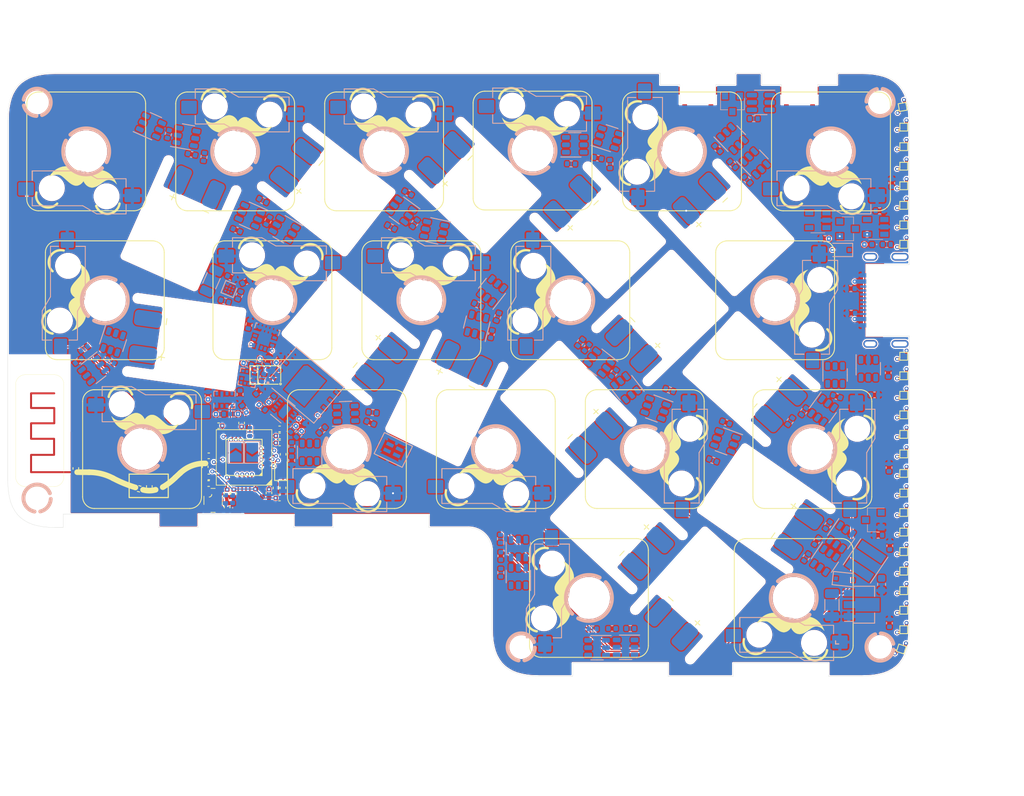
<source format=kicad_pcb>
(kicad_pcb (version 20211014) (generator pcbnew)
  (layers (0 "F.Cu" signal) (1 "In1.Cu" signal) (2 "In2.Cu" signal) (31 "B.Cu" signal) (34 "B.Paste" user) (35 "F.Paste" user) (36 "B.SilkS" user "B.Silkscreen") (37 "F.SilkS" user "F.Silkscreen") (38 "B.Mask" user) (39 "F.Mask" user) (44 "Edge.Cuts" user))
  (net 0 "")
  (net 1 "B1-")
  (net 2 "B+")
  (net 3 "B2-")
  (net 4 "B3-")
  (net 5 "B4-")
  (net 6 "B6-")
  (net 7 "B7-")
  (net 8 "B8-")
  (net 9 "B10-")
  (net 10 "B11-")
  (net 11 "B12-")
  (net 12 "GND")
  (net 14 "Net-(AE1-Pad1)")
  (net 15 "/MCU/P0.29")
  (net 16 "/MCU/P0.02")
  (net 17 "/MCU/P1.15")
  (net 18 "/MCU/P1.13")
  (net 19 "/MCU/P0.25")
  (net 20 "/MCU/P0.13")
  (net 21 "/MCU/P0.15")
  (net 22 "/MCU/P0.24")
  (net 23 "/MCU/P0.30")
  (net 24 "/MCU/P0.28")
  (net 25 "/MCU/P0.03")
  (net 26 "/MCU/P1.14")
  (net 27 "/MCU/P0.10")
  (net 28 "/MCU/P0.06")
  (net 29 "/MCU/P0.09")
  (net 30 "/MCU/P1.06")
  (net 31 "/MCU/P1.04")
  (net 32 "/MCU/P1.03")
  (net 33 "B5-")
  (net 34 "B9-")
  (net 35 "Net-(C1-Pad1)")
  (net 36 "Net-(C2-Pad1)")
  (net 37 "Net-(C3-Pad1)")
  (net 38 "Net-(C4-Pad1)")
  (net 39 "Net-(C5-Pad1)")
  (net 40 "Net-(C6-Pad1)")
  (net 41 "Net-(C7-Pad1)")
  (net 42 "Net-(C8-Pad1)")
  (net 43 "Net-(C9-Pad1)")
  (net 44 "Net-(C10-Pad1)")
  (net 45 "Net-(C11-Pad1)")
  (net 46 "Net-(C12-Pad1)")
  (net 47 "/LEDLane/Led_Vin")
  (net 48 "VBUS")
  (net 49 "B14-")
  (net 50 "B13-")
  (net 51 "SCL")
  (net 52 "Net-(C13-Pad1)")
  (net 53 "Net-(C14-Pad1)")
  (net 54 "Net-(C22-Pad1)")
  (net 55 "Net-(C23-Pad1)")
  (net 56 "Net-(C34-Pad2)")
  (net 57 "Net-(C26-Pad2)")
  (net 58 "Net-(C36-Pad2)")
  (net 59 "Net-(C27-Pad2)")
  (net 60 "/Filter&Reg/VBAT")
  (net 61 "Net-(C29-Pad1)")
  (net 62 "Net-(D1-Pad1)")
  (net 63 "Net-(D2-Pad1)")
  (net 64 "Net-(D2-Pad2)")
  (net 65 "Net-(D3-Pad2)")
  (net 66 "Net-(D4-Pad1)")
  (net 67 "CC1")
  (net 68 "Net-(J1-PadA6)")
  (net 69 "Net-(J1-PadA7)")
  (net 70 "CC2")
  (net 72 "Net-(JP1-Pad1)")
  (net 73 "Net-(JP1-Pad2)")
  (net 74 "Net-(JP2-Pad1)")
  (net 75 "Net-(L1-Pad2)")
  (net 76 "Net-(L2-Pad2)")
  (net 77 "Net-(Q2-Pad1)")
  (net 79 "GND1")
  (net 80 "Net-(Q11-Pad3)")
  (net 82 "Net-(Q11-Pad1)")
  (net 84 "Net-(Q12-Pad3)")
  (net 86 "Net-(Q12-Pad1)")
  (net 88 "Net-(Q13-Pad3)")
  (net 90 "Net-(Q13-Pad1)")
  (net 92 "Net-(Q14-Pad3)")
  (net 94 "Net-(Q14-Pad1)")
  (net 96 "Net-(Q15-Pad3)")
  (net 98 "Net-(Q15-Pad1)")
  (net 100 "Net-(Q16-Pad3)")
  (net 102 "Net-(Q16-Pad1)")
  (net 104 "Net-(Q17-Pad3)")
  (net 106 "Net-(Q17-Pad1)")
  (net 108 "Net-(Q10-Pad4)")
  (net 110 "Net-(Q10-Pad6)")
  (net 111 "Net-(Q11-Pad2)")
  (net 113 "Net-(Q12-Pad2)")
  (net 115 "Net-(Q13-Pad2)")
  (net 117 "Net-(Q14-Pad2)")
  (net 119 "Net-(Q15-Pad2)")
  (net 121 "Net-(Q16-Pad2)")
  (net 123 "Net-(Q17-Pad2)")
  (net 125 "Net-(Q18-Pad2)")
  (net 128 "Net-(Q19-Pad4)")
  (net 130 "Net-(Q19-Pad6)")
  (net 132 "Net-(Q20-Pad4)")
  (net 134 "Net-(Q20-Pad6)")
  (net 136 "Net-(Q21-Pad4)")
  (net 138 "Net-(Q21-Pad6)")
  (net 140 "Net-(Q22-Pad4)")
  (net 142 "Net-(Q22-Pad6)")
  (net 143 "Net-(Q23-Pad2)")
  (net 145 "Net-(Q24-Pad2)")
  (net 147 "Net-(Q25-Pad2)")
  (net 149 "Net-(Q26-Pad2)")
  (net 151 "/ExtVcc/GND_EN")
  (net 152 "/LEDLane/Led_Ground")
  (net 153 "/MCU/BatOffPin")
  (net 154 "SDA")
  (net 155 "/FuelGauge/BatteryPin")
  (net 156 "Net-(C35-Pad2)")
  (net 157 "Net-(C37-Pad2)")
  (net 158 "Net-(C38-Pad1)")
  (net 159 "Net-(C39-Pad2)")
  (net 160 "/Gyro/Gyro_Interupt")
  (net 161 "/BAROMETRIC/CSB")
  (net 162 "/BAROMETRIC/SDO")
  (net 163 "/LIGHT/APDS_IRQ")
  (net 166 "Net-(U2-Pad3)")
  (net 168 "Net-(U4-Pad4)")
  (net 169 "Net-(U5-Pad4)")
  (net 170 "Net-(U6-Pad4)")
  (net 171 "Net-(U7-Pad4)")
  (net 172 "Net-(U8-Pad4)")
  (net 173 "Net-(U10-Pad1)")
  (net 174 "Net-(U10-Pad4)")
  (net 175 "Net-(U11-Pad4)")
  (net 176 "Net-(U12-Pad4)")
  (net 177 "Net-(U13-Pad4)")
  (net 178 "Net-(U14-Pad4)")
  (net 179 "Net-(U15-Pad4)")
  (net 180 "Net-(U16-Pad4)")
  (net 181 "Net-(U17-Pad4)")
  (net 182 "Net-(U18-Pad4)")
  (net 183 "Net-(U19-Pad4)")
  (net 184 "Net-(U20-Pad4)")
  (net 185 "Net-(U21-Pad4)")
  (net 186 "Net-(U22-Pad4)")
  (net 187 "Net-(U23-Pad4)")
  (net 188 "Net-(U24-Pad4)")
  (net 189 "Net-(U25-Pad4)")
  (net 190 "Net-(U26-Pad4)")
  (net 191 "/LEDLane/DIN")
  (net 192 "/MCU/D+")
  (net 193 "/MCU/D-")
  (net 194 "/MCU/P0.31")
  (net 196 "/MCU/SWC")
  (net 197 "DCCH")
  (net 198 "/MCU/P0.14")
  (net 199 "/MCU/P0.16")
  (net 200 "/FLASH/QSPI_SCK")
  (net 201 "/FLASH/QSPI_DATA3")
  (net 202 "/FLASH/QSPI_DATA2")
  (net 203 "/MCU/SWD")
  (net 204 "/FLASH/QSPI_DATA0")
  (net 205 "/FLASH/QSPI_CS")
  (net 206 "/FLASH/QSPI_DATA1")
  (net 207 "/MCU/P1.12")
  (net 208 "/MCU/PDM_DAT")
  (net 209 "/MCU/PDM_CLK")
  (net 210 "PROG")
  (net 211 "/MCU/P0.07")
  (net 212 "/MCU/P0.08")
  (net 213 "/MCU/P1.07")
  (net 214 "/MCU/P0.05")
  (net 218 "Net-(U37-Pad3)")
  (net 222 "Net-(C41-Pad2)")
  (net 223 "Net-(C49-Pad1)")
  (net 225 "Net-(Q27-Pad4)")
  (net 227 "Net-(Q27-Pad6)")
  (net 229 "Net-(Q28-Pad4)")
  (net 231 "Net-(Q28-Pad6)")
  (net 232 "Net-(Q30-Pad2)")
  (net 234 "Net-(Q31-Pad2)")
  (net 236 "Net-(R43-Pad1)")
  (net 237 "Net-(R43-Pad2)")
  (net 238 "Net-(R44-Pad2)")
  (net 239 "Net-(R45-Pad1)")
  (net 240 "/BAROMETRIC/NRF_VDD")
  (net 242 "tt")
  (net 243 "ss")
  (net 244 "ff")
  (net 245 "dd")
  (net 246 "aa")
  (footprint "Capacitor_SMD:C_0402_1005Metric" (layer "F.Cu") (at 119.7 116)
    (fp_text reference "C34" hide)
    (fp_text value "820pF")
  )
  (footprint "Library:BatteryV2" (layer "F.Cu") (at 177.9183 88.5789 -136)
    (fp_text reference "B6" hide)
    (fp_text value "Battery")
    (fp_line (start 10.35 13.65) (end 10.35 0.2) (layer "Edge.Cuts") (width 0.01))
    (fp_line (start 9.95 -0.2) (end 0.2 -0.2) (layer "Edge.Cuts") (width 0.01))
    (fp_line (start 9.25 10.600002) (end 9.25 13.65) (layer "Edge.Cuts") (width 0.01))
    (fp_line (start 0.9 13.65) (end 0.900002 10.6) (layer "Edge.Cuts") (width 0.01))
    (fp_line (start -0.2 0.2) (end -0.2 13.65) (layer "Edge.Cuts") (width 0.01))
    (fp_line (start 8.85 10.200002) (end 1.300002 10.2) (layer "Edge.Cuts") (width 0.01))
    (fp_arc (start 0.9 13.65) (mid 0.35 14.2) (end -0.2 13.65) (layer "Edge.Cuts") (width 0.01))
    (fp_arc (start 0.900002 10.6) (mid 1.01716 10.317158) (end 1.300002 10.2) (layer "Edge.Cuts") (width 0.01))
    (fp_arc (start 8.85 10.200002) (mid 9.132842 10.31716) (end 9.25 10.600002) (layer "Edge.Cuts") (width 0.01))
    (fp_arc (start 9.95 -0.2) (mid 10.232843 -0.082843) (end 10.35 0.2) (layer "Edge.Cuts") (width 0.01))
    (fp_arc (start -0.2 0.2) (mid -0.082842 -0.082843) (end 0.2 -0.2) (layer "Edge.Cuts") (width 0.01))
    (fp_arc (start 10.35 13.65) (mid 9.8 14.2) (end 9.25 13.65) (layer "Edge.Cuts") (width 0.01))
  )
  (footprint "Library:Led-ARGB" (layer "F.Cu") (at 208.5841 86.4431)
    (fp_text reference "U10" hide)
    (fp_text value "WS2812B_-_1010")
  )
  (footprint "Library:GateronHotswap" (layer "F.Cu") (at 123.075 77.0385 180)
    (fp_text reference "K2" hide)
    (fp_text value "KeyboardSwitch")
  )
  (footprint "Library:GateronHotswap" (layer "F.Cu") (at 168.3188 134.1885 -90)
    (fp_text reference "K17" hide)
    (fp_text value "KeyboardSwitch")
  )
  (footprint "Library:Led-ARGB" (layer "F.Cu") (at 208.5841 78.9335)
    (fp_text reference "U7" hide)
    (fp_text value "WS2812B_-_1010")
  )
  (footprint "Inductor_SMD:L_0402_1005Metric" (layer "F.Cu") (at 113.35 120.15 -160)
    (fp_text reference "L3" hide)
    (fp_text value "3.9nH")
  )
  (footprint "Library:BatteryV2" (layer "F.Cu") (at 194.3402 88.3808 -137)
    (fp_text reference "B1" hide)
    (fp_text value "Battery")
    (fp_line (start 8.85 10.200002) (end 1.300002 10.2) (layer "Edge.Cuts") (width 0.01))
    (fp_line (start 10.35 13.65) (end 10.35 0.2) (layer "Edge.Cuts") (width 0.01))
    (fp_line (start 0.9 13.65) (end 0.900002 10.6) (layer "Edge.Cuts") (width 0.01))
    (fp_line (start -0.2 0.2) (end -0.2 13.65) (layer "Edge.Cuts") (width 0.01))
    (fp_line (start 9.25 10.600002) (end 9.25 13.65) (layer "Edge.Cuts") (width 0.01))
    (fp_line (start 9.95 -0.2) (end 0.2 -0.2) (layer "Edge.Cuts") (width 0.01))
    (fp_arc (start 8.85 10.200002) (mid 9.132842 10.31716) (end 9.25 10.600002) (layer "Edge.Cuts") (width 0.01))
    (fp_arc (start 0.900002 10.6) (mid 1.01716 10.317158) (end 1.300002 10.2) (layer "Edge.Cuts") (width 0.01))
    (fp_arc (start 9.95 -0.2) (mid 10.232843 -0.082843) (end 10.35 0.2) (layer "Edge.Cuts") (width 0.01))
    (fp_arc (start 0.9 13.65) (mid 0.35 14.2) (end -0.2 13.65) (layer "Edge.Cuts") (width 0.01))
    (fp_arc (start 10.35 13.65) (mid 9.8 14.2) (end 9.25 13.65) (layer "Edge.Cuts") (width 0.01))
    (fp_arc (start -0.2 0.2) (mid -0.082842 -0.082842) (end 0.2 -0.2) (layer "Edge.Cuts") (width 0.01))
  )
  (footprint "Library:Led-ARGB" (layer "F.Cu") (at 208.5841 103.2527)
    (fp_text reference "U12" hide)
    (fp_text value "WS2812B_-_1010")
  )
  (footprint "Library:Button" (layer "F.Cu") (at 182.246 71.0135)
    (fp_text reference "U29" hide)
    (fp_text value "Button")
    (fp_line (start -2.32 0) (end -2.32 -2.25) (layer "Edge.Cuts") (width 0.01))
    (fp_line (start 2.32 0) (end 2.32 -2.25) (layer "Edge.Cuts") (width 0.01))
    (fp_line (start 2.32 0) (end -2.32 0) (layer "Edge.Cuts") (width 0.01))
  )
  (footprint "Library:Led-ARGB" (layer "F.Cu") (at 208.5841 113.2527)
    (fp_text reference "U16" hide)
    (fp_text value "WS2812B_-_1010")
  )
  (footprint "Library:GateronHotswap" (layer "F.Cu") (at 127.8375 96.0885 180)
    (fp_text reference "K8" hide)
    (fp_text value "KeyboardSwitch")
  )
  (footprint "Library:Led-ARGB" (layer "F.Cu") (at 208.5841 73.9335)
    (fp_text reference "U5" hide)
    (fp_text value "WS2812B_-_1010")
  )
  (footprint "Crystal:Crystal_SMD_2012-2Pin_2.0x1.2mm" (layer "F.Cu") (at 128.925 117.95 90)
    (fp_text reference "X1" hide)
    (fp_text value "32.768 kHz")
  )
  (footprint "Capacitor_SMD:C_0402_1005Metric" (layer "F.Cu") (at 129.2 120.1 -90)
    (fp_text reference "C22" hide)
    (fp_text value "12pF")
  )
  (footprint "Capacitor_SMD:C_0402_1005Metric" (layer "F.Cu") (at 119.68 119.55)
    (fp_text reference "C37" hide)
    (fp_text value "12pF")
  )
  (footprint "Library:crystal 32mhz" (layer "F.Cu") (at 120.25 121.7 -90)
    (fp_text reference "X2" hide)
    (fp_text value "32MHZ")
  )
  (footprint "Library:AQFN-73-1EP_7x7mm_P0.5mm_NRF52840-custom" (layer "F.Cu") (at 124.2105 116.2 180)
    (fp_text reference "U30" hide)
    (fp_text value "nRF52840_aQFN73")
  )
  (footprint "Capacitor_SMD:C_0402_1005Metric" (layer "F.Cu") (at 128.7605 114.35 180)
    (fp_text reference "C24" hide)
    (fp_text value "4.7uF")
  )
  (footprint "Library:GateronHotswap" (layer "F.Cu") (at 146.8875 96.0885 180)
    (fp_text reference "K9" hide)
    (fp_text value "KeyboardSwitch")
  )
  (footprint "Library:GateronHotswap" (layer "F.Cu") (at 192.1313 96.0885 90)
    (fp_text reference "K11" hide)
    (fp_text value "KeyboardSwitch")
  )
  (footprint "Library:GateronHotswap" (layer "F.Cu") (at 111.1688 115.1385 180)
    (fp_text reference "K12" hide)
    (fp_text value "KeyboardSwitch")
  )
  (footprint "Library:Led-ARGB" (layer "F.Cu") (at 208.5841 123.2527)
    (fp_text reference "U20" hide)
    (fp_text value "WS2812B_-_1010")
  )
  (footprint "Library:Led-ARGB" (layer "F.Cu") (at 208.5841 125.7527)
    (fp_text reference "U21" hide)
    (fp_text value "WS2812B_-_1010")
  )
  (footprint "Capacitor_SMD:C_0402_1005Metric" (layer "F.Cu") (at 119.25 117.4 90)
    (fp_text reference "C35" hide)
    (fp_text value "1pF")
  )
  (footprint "Capacitor_SMD:C_0402_1005Metric" (layer "F.Cu") (at 122.05 120.8 90)
    (fp_text reference "C32" hide)
    (fp_text value "100nF")
  )
  (footprint "Library:BatteryV2" (layer "F.Cu") (at 180.55 105.3 48)
    (fp_text reference "B7" hide)
    (fp_text value "Battery")
    (fp_line (start -0.2 0.2) (end -0.2 13.65) (layer "Edge.Cuts") (width 0.01))
    (fp_line (start 9.95 -0.2) (end 0.2 -0.2) (layer "Edge.Cuts") (width 0.01))
    (fp_line (start 0.9 13.65) (end 0.900002 10.6) (layer "Edge.Cuts") (width 0.01))
    (fp_line (start 8.85 10.200002) (end 1.300002 10.2) (layer "Edge.Cuts") (width 0.01))
    (fp_line (start 10.35 13.65) (end 10.35 0.2) (layer "Edge.Cuts") (width 0.01))
    (fp_line (start 9.25 10.600002) (end 9.25 13.65) (layer "Edge.Cuts") (width 0.01))
    (fp_arc (start 0.900002 10.6) (mid 1.01716 10.317158) (end 1.300002 10.2) (layer "Edge.Cuts") (width 0.01))
    (fp_arc (start 8.85 10.200002) (mid 9.132842 10.31716) (end 9.25 10.600002) (layer "Edge.Cuts") (width 0.01))
    (fp_arc (start 9.95 -0.2) (mid 10.232843 -0.082843) (end 10.35 0.2) (layer "Edge.Cuts") (width 0.01))
    (fp_arc (start 0.9 13.65) (mid 0.35 14.2) (end -0.2 13.65) (layer "Edge.Cuts") (width 0.01))
    (fp_arc (start -0.2 0.2) (mid -0.082842 -0.082842) (end 0.2 -0.2) (layer "Edge.Cuts") (width 0.01))
    (fp_arc (start 10.35 13.65) (mid 9.8 14.2) (end 9.25 13.65) (layer "Edge.Cuts") (width 0.01))
  )
  (footprint "Library:Led-ARGB" (layer "F.Cu") (at 208.5841 130.7527)
    (fp_text reference "U23" hide)
    (fp_text value "WS2812B_-_1010")
  )
  (footprint "Library:APDS-9960" (layer "F.Cu") (at 126.935 105.65 -90)
    (fp_text reference "U37" hide)
    (fp_text value "APDS-9960")
  )
  (footprint "Library:BatteryV2" (layer "F.Cu") (at 183.1315 125.2968 -42)
    (fp_text reference "B11" hide)
    (fp_text value "Battery")
    (fp_line (start 8.85 10.200002) (end 1.300002 10.2) (layer "Edge.Cuts") (width 0.01))
    (fp_line (start 9.95 -0.2) (end 0.2 -0.2) (layer "Edge.Cuts") (width 0.01))
    (fp_line (start 9.25 10.600002) (end 9.25 13.65) (layer "Edge.Cuts") (width 0.01))
    (fp_line (start 10.35 13.65) (end 10.35 0.2) (layer "Edge.Cuts") (width 0.01))
    (fp_line (start -0.2 0.2) (end -0.2 13.65) (layer "Edge.Cuts") (width 0.01))
    (fp_line (start 0.9 13.65) (end 0.900002 10.6) (layer "Edge.Cuts") (width 0.01))
    (fp_arc (start -0.2 0.2) (mid -0.082842 -0.082842) (end 0.2 -0.2) (layer "Edge.Cuts") (width 0.01))
    (fp_arc (start 9.95 -0.2) (mid 10.232843 -0.082843) (end 10.35 0.2) (layer "Edge.Cuts") (width 0.01))
    (fp_arc (start 0.9 13.65) (mid 0.35 14.2) (end -0.2 13.65) (layer "Edge.Cuts") (width 0.01))
    (fp_arc (start 10.35 13.65) (mid 9.8 14.2) (end 9.25 13.65) (layer "Edge.Cuts") (width 0.01))
    (fp_arc (start 8.85 10.200002) (mid 9.132842 10.31716) (end 9.25 10.600002) (layer "Edge.Cuts") (width 0.01))
    (fp_arc (start 0.900002 10.6) (mid 1.01716 10.317158) (end 1.300002 10.2) (layer "Edge.Cuts") (width 0.01))
  )
  (footprint "Library:GateronHotswap" (layer "F.Cu") (at 180.225 77.0385 -90)
    (fp_text reference "K5" hide)
    (fp_text value "KeyboardSwitch")
  )
  (footprint "Library:Led-ARGB" (layer "F.Cu") (at 208.5841 76.4335)
    (fp_text reference "U6" hide)
    (fp_text value "WS2812B_-_1010")
  )
  (footprint "Library:GateronHotswap" (layer "F.Cu") (at 199.275 77.0385)
    (fp_text reference "K6" hide)
    (fp_text value "KeyboardSwitch")
  )
  (footprint "Library:BatteryV2" (layer "F.Cu") (at 124.193 97.3889 -98)
    (fp_text reference "B13" hide)
    (fp_text value "Battery")
    (fp_line (start 9.25 10.600002) (end 9.25 13.65) (layer "Edge.Cuts") (width 0.01))
    (fp_line (start 0.9 13.65) (end 0.900002 10.6) (layer "Edge.Cuts") (width 0.01))
    (fp_line (start 10.35 13.65) (end 10.35 0.2) (layer "Edge.Cuts") (width 0.01))
    (fp_line (start 8.85 10.200002) (end 1.300002 10.2) (layer "Edge.Cuts") (width 0.01))
    (fp_line (start 9.95 -0.2) (end 0.2 -0.2) (layer "Edge.Cuts") (width 0.01))
    (fp_line (start -0.2 0.2) (end -0.2 13.65) (layer "Edge.Cuts") (width 0.01))
    (fp_arc (start -0.2 0.2) (mid -0.082842 -0.082842) (end 0.2 -0.2) (layer "Edge.Cuts") (width 0.01))
    (fp_arc (start 0.900002 10.6) (mid 1.01716 10.317158) (end 1.300002 10.2) (layer "Edge.Cuts") (width 0.01))
    (fp_arc (start 10.35 13.65) (mid 9.799999 14.2) (end 9.25 13.65) (layer "Edge.Cuts") (width 0.01))
    (fp_arc (start 8.85 10.200002) (mid 9.132842 10.31716) (end 9.25 10.600002) (layer "Edge.Cuts") (width 0.01))
    (fp_arc (start 9.95 -0.2) (mid 10.232842 -0.082843) (end 10.35 0.2) (layer "Edge.Cuts") (width 0.01))
    (fp_arc (start 0.9 13.65) (mid 0.35 14.2) (end -0.2 13.65) (layer "Edge.Cuts") (width 0.01))
  )
  (footprint "Library:GateronHotswap" (layer "F.Cu") (at 196.8938 115.1385 90)
    (fp_text reference "K16" hide)
    (fp_text value "KeyboardSwitch")
  )
  (footprint "Library:GateronHotswap" (layer "F.Cu") (at 156.4125 115.1385)
    (fp_text reference "K14" hide)
    (fp_text value "KeyboardSwitch")
  )
  (footprint "Library:Led-ARGB" (layer "F.Cu") (at 208.5841 115.7527)
    (fp_text reference "U17" hide)
    (fp_text value "WS2812B_-_1010")
  )
  (footprint "Library:Led-ARGB" (layer "F.Cu") (at 208.2806 140.716 -18)
    (fp_text reference "U27" hide)
    (fp_text value "WS2812B_-_1010")
  )
  (footprint "Library:GateronHotswap" (layer "F.Cu") (at 142.125 77.0385 180)
    (fp_text reference "K3" hide)
    (fp_text value "KeyboardSwitch")
  )
  (footprint "Resistor_SMD:R_0402_1005Metric" (layer "F.Cu") (at 110.8 120.22 166)
    (fp_text reference "R39" hide)
    (fp_text value "0R")
  )
  (footprint "Library:Led-ARGB" (layer "F.Cu") (at 208.5841 105.7527)
    (fp_text reference "U13" hide)
    (fp_text value "WS2812B_-_1010")
  )
  (footprint "Library:GateronHotswap" (layer "F.Cu") (at 104.025 77.0385)
    (fp_text reference "K1" hide)
    (fp_text value "KeyboardSwitch")
  )
  (footprint "Library:Led-ARGB" (layer "F.Cu") (at 208.5841 83.9431)
    (fp_text reference "U9" hide)
    (fp_text value "WS2812B_-_1010")
  )
  (footprint "Library:Led-ARGB" (layer "F.Cu") (at 208.5841 128.2527)
    (fp_text reference "U22" hide)
    (fp_text value "WS2812B_-_1010")
  )
  (footprint "Library:BatteryV2" (layer "F.Cu") (at 129.269588 100.368825 50)
    (fp_text reference "B14" hide)
    (fp_text value "Battery")
    (fp_line (start 9.25 10.600002) (end 9.25 13.65) (layer "Edge.Cuts") (width 0.01))
    (fp_line (start 8.85 10.200002) (end 1.300002 10.2) (layer "Edge.Cuts") (width 0.01))
    (fp_line (start 0.9 13.65) (end 0.900002 10.6) (layer "Edge.Cuts") (width 0.01))
    (fp_line (start -0.2 0.2) (end -0.2 13.65) (layer "Edge.Cuts") (width 0.01))
    (fp_line (start 9.95 -0.2) (end 0.2 -0.2) (layer "Edge.Cuts") (width 0.01))
    (fp_line (start 10.35 13.65) (end 10.35 0.2) (layer "Edge.Cuts") (width 0.01))
    (fp_arc (start 10.35 13.65) (mid 9.8 14.2) (end 9.25 13.65) (layer "Edge.Cuts") (width 0.01))
    (fp_arc (start 0.9 13.65) (mid 0.35 14.2) (end -0.2 13.65) (layer "Edge.Cuts") (width 0.01))
    (fp_arc (start -0.2 0.2) (mid -0.082842 -0.082842) (end 0.2 -0.2) (layer "Edge.Cuts") (width 0.01))
    (fp_arc (start 8.85 10.200002) (mid 9.132843 10.31716) (end 9.25 10.600002) (layer "Edge.Cuts") (width 0.01))
    (fp_arc (start 0.900002 10.6) (mid 1.01716 10.317158) (end 1.300002 10.2) (layer "Edge.Cuts") (width 0.01))
    (fp_arc (start 9.95 -0.2) (mid 10.232842 -0.082842) (end 10.35 0.2) (layer "Edge.Cuts") (width 0.01))
  )
  (footprint "Capacitor_SMD:C_0402_1005Metric" (layer "F.Cu") (at 127.4 120.75 90)
    (fp_text reference "C28" hide)
    (fp_text value "1uF")
  )
  (footprint "Library:BatteryV2" (layer "F.Cu") (at 178.8789 89.8817 -46)
    (fp_text reference "B5" hide)
    (fp_text value "Battery")
    (fp_line (start 9.95 -0.2) (end 0.2 -0.2) (layer "Edge.Cuts") (width 0.01))
    (fp_line (start 9.25 10.600002) (end 9.25 13.65) (layer "Edge.Cuts") (width 0.01))
    (fp_line (start -0.2 0.2) (end -0.2 13.65) (layer "Edge.Cuts") (width 0.01))
    (fp_line (start 10.35 13.65) (end 10.35 0.2) (layer "Edge.Cuts") (width 0.01))
    (fp_line (start 0.9 13.65) (end 0.900002 10.6) (layer "Edge.Cuts") (width 0.01))
    (fp_line (start 8.85 10.200002) (end 1.300002 10.2) (layer "Edge.Cuts") (width 0.01))
    (fp_arc (start 9.95 -0.2) (mid 10.232842 -0.082842) (end 10.35 0.2) (layer "Edge.Cuts") (width 0.01))
    (fp_arc (start 0.9 13.65) (mid 0.35 14.2) (end -0.2 13.65) (layer "Edge.Cuts") (width 0.01))
    (fp_arc (start 0.900002 10.6) (mid 1.01716 10.317158) (end 1.300002 10.2) (layer "Edge.Cuts") (width 0.01))
    (fp_arc (start -0.2 0.2) (mid -0.082842 -0.082843) (end 0.2 -0.2) (layer "Edge.Cuts") (width 0.01))
    (fp_arc (start 8.85 10.200002) (mid 9.132842 10.31716) (end 9.25 10.600002) (layer "Edge.Cuts") (width 0.01))
    (fp_arc (start 10.35 13.65) (mid 9.8 14.2) (end 9.25 13.65) (layer "Edge.Cuts") (width 0.01))
  )
  (footprint "Inductor_SMD:L_0402_1005Metric" (layer "F.Cu") (at 125.7 120.75 -90)
    (fp_text reference "L1" hide)
    (fp_text value "15nH")
  )
  (footprint "Library:Led-ARGB" (layer "F.Cu") (at 208.5841 133.2527)
    (fp_text reference "U24" hide)
    (fp_text value "WS2812B_-_1010")
  )
  (footprint "Library:BatteryV2" (layer "F.Cu") (at 117.9521 94.6649 156)
    (fp_text reference "B2" hide)
    (fp_text value "Battery")
    (fp_line (start -0.2 0.2) (end -0.2 13.65) (layer "Edge.Cuts") (width 0.01))
    (fp_line (start 9.25 10.600002) (end 9.25 13.65) (layer "Edge.Cuts") (width 0.01))
    (fp_line (start 8.85 10.200002) (end 1.300002 10.2) (layer "Edge.Cuts") (width 0.01))
    (fp_line (start 0.9 13.65) (end 0.900002 10.6) (layer "Edge.Cuts") (width 0.01))
    (fp_line (start 9.95 -0.2) (end 0.2 -0.2) (layer "Edge.Cuts") (width 0.01))
    (fp_line (start 10.35 13.65) (end 10.35 0.2) (layer "Edge.Cuts") (width 0.01))
    (fp_arc (start 10.35 13.65) (mid 9.8 14.2) (end 9.25 13.65) (layer "Edge.Cuts") (width 0.01))
    (fp_arc (start 0.9 13.65) (mid 0.35 14.2) (end -0.2 13.65) (layer "Edge.Cuts") (width 0.01))
    (fp_arc (start 8.85 10.200002) (mid 9.132843 10.31716) (end 9.25 10.600002) (layer "Edge.Cuts") (width 0.01))
    (fp_arc (start 9.95 -0.2) (mid 10.232843 -0.082843) (end 10.35 0.2) (layer "Edge.Cuts") (width 0.01))
    (fp_arc (start 0.900002 10.6) (mid 1.01716 10.317158) (end 1.300002 10.2) (layer "Edge.Cuts") (width 0.01))
    (fp_arc (start -0.2 0.2) (mid -0.082842 -0.082842) (end 0.2 -0.2) (layer "Edge.Cuts") (width 0.01))
  )
  (footprint "Library:BatteryV2" (layer "F.Cu") (at 151.6561 117.0706 154)
    (fp_text reference "B9" hide)
    (fp_text value "Battery")
    (fp_line (start -0.2 0.2) (end -0.2 13.65) (layer "Edge.Cuts") (width 0.01))
    (fp_line (start 9.95 -0.2) (end 0.2 -0.2) (layer "Edge.Cuts") (width 0.01))
    (fp_line (start 0.9 13.65) (end 0.900002 10.6) (layer "Edge.Cuts") (width 0.01))
    (fp_line (start 8.85 10.200002) (end 1.300002 10.2) (layer "Edge.Cuts") (width 0.01))
    (fp_line (start 10.35 13.65) (end 10.35 0.2) (layer "Edge.Cuts") (width 0.01))
    (fp_line (start 9.25 10.600002) (end 9.25 13.65) (layer "Edge.Cuts") (width 0.01))
    (fp_arc (start -0.2 0.2) (mid -0.082842 -0.082842) (end 0.2 -0.2) (layer "Edge.Cuts") (width 0.01))
    (fp_arc (start 0.900002 10.6) (mid 1.01716 10.317158) (end 1.300002 10.2) (layer "Edge.Cuts") (width 0.01))
    (fp_arc (start 8.85 10.200002) (mid 9.132842 10.31716) (end 9.25 10.600002) (layer "Edge.Cuts") (width 0.01))
    (fp_arc (start 9.95 -0.2) (mid 10.232842 -0.082842) (end 10.35 0.2) (layer "Edge.Cuts") (width 0.01))
    (fp_arc (start 0.9 13.65) (mid 0.35 14.2) (end -0.2 13.65) (layer "Edge.Cuts") (width 0.01))
    (fp_arc (start 10.35 13.65) (mid 9.8 14.2) (end 9.25 13.65) (layer "Edge.Cuts") (width 0.01))
  )
  (footprint "Capacitor_SMD:C_0402_1005Metric" (layer "F.Cu") (at 119.7 118.7 180)
    (fp_text reference "C38" hide)
    (fp_text value "100pF")
  )
  (footprint "Library:GateronHotswap" (layer "F.Cu") (at 106.4063 96.0885 -90)
    (fp_text reference "K7" hide)
    (fp_text value "KeyboardSwitch")
  )
  (footprint "Capacitor_SMD:C_0402_1005Metric" (layer "F.Cu") (at 120.95 112.15)
    (fp_text reference "C33" hide)
    (fp_text value "100nF")
  )
  (footprint "Library:Led-ARGB" (layer "F.Cu") (at 208.5841 108.2527)
    (fp_text reference "U14" hide)
    (fp_text value "WS2812B_-_1010")
  )
  (footprint "Library:BatteryV2" (layer "F.Cu") (at 182.3963 122.9716 55)
    (fp_text reference "B10" hide)
    (fp_text value "Battery")
    (fp_line (start 10.35 13.65) (end 10.35 0.2) (layer "Edge.Cuts") (width 0.01))
    (fp_line (start 9.25 10.600002) (end 9.25 13.65) (layer "Edge.Cuts") (width 0.01))
    (fp_line (start 0.9 13.65) (end 0.900002 10.6) (layer "Edge.Cuts") (width 0.01))
    (fp_line (start -0.2 0.2) (end -0.2 13.65) (layer "Edge.Cuts") (width 0.01))
    (fp_line (start 9.95 -0.2) (end 0.2 -0.2) (layer "Edge.Cuts") (width 0.01))
    (fp_line (start 8.85 10.200002) (end 1.300002 10.2) (layer "Edge.Cuts") (width 0.01))
    (fp_arc (start 8.85 10.200002) (mid 9.132842 10.31716) (end 9.25 10.600002) (layer "Edge.Cuts") (width 0.01))
    (fp_arc (start -0.2 0.2) (mid -0.082842 -0.082842) (end 0.2 -0.2) (layer "Edge.Cuts") (width 0.01))
    (fp_arc (start 9.95 -0.2) (mid 10.232843 -0.082842) (end 10.35 0.2) (layer "Edge.Cuts") (width 0.01))
    (fp_arc (start 0.9 13.65) (mid 0.35 14.2) (end -0.2 13.65) (layer "Edge.Cuts") (width 0.01))
    (fp_arc (start 0.900002 10.6) (mid 1.01716 10.317158) (end 1.300002 10.2) (layer "Edge.Cuts") (width 0.01))
    (fp_arc (start 10.35 13.65) (mid 9.800001 14.2) (end 9.25 13.65) (layer "Edge.Cuts") (width 0.01))
  )
  (footprint "Capacitor_SMD:C_0402_1005Metric" (layer "F.Cu") (at 129.2105 115.8 90)
    (fp_text reference "C23" hide)
    (fp_text value "12pF")
  )
  (footprint "Library:Led-ARGB" (layer "F.Cu") (at 208.5841 88.9335)
    (fp_text reference "U11" hide)
    (fp_text value "WS2812B_-_1010")
  )
  (footprint "Library:Led-ARGB" (layer "F.Cu") (at 208.5841 110.7527)
    (fp_text reference "U15" hide)
    (fp_text value "WS2812B_-_1010")
  )
  (footprint "Library:Led-ARGB" (layer "F.Cu") (at 208.5841 81.4335)
    (fp_text reference "U8" hide)
    (fp_text value "WS2812B_-_1010")
  )
  (footprint "Capacitor_SMD:C_0402_1005Metric" (layer "F.Cu") (at 123.9 111.8 -90)
    (fp_text reference "C31" hide)
    (fp_text value "100nF")
  )
  (footprint "Library:Led-ARGB" (layer "F.Cu") (at 208.45 71.35 10)
    (fp_text reference "U4" hide)
    (fp_text value "WS2812B_-_1010")
  )
  (footprint "Capacitor_SMD:C_0402_1005Metric" (layer "F.Cu") (at 128.75 121.4)
    (fp_text reference "C29" hide)
    (fp_text value "1uF")
  )
  (footprint "Capacitor_SMD:C_0402_1005Metric" (layer "F.Cu") (at 122.05 122.55 -90)
    (fp_text reference "C36" hide)
    (fp_text value "12pF")
  )
  (footprint "Capacitor_SMD:C_0402_1005Metric" (layer "F.Cu") (at 128.7605 112.55 180)
    (fp_text reference "C27" hide)
    (fp_text value "4.7uF")
  )
  (footprint "Library:2.4GHz-meander-antenna-v2" (layer "F.Cu") (at 102.7 118.093 -90)
    (fp_text reference "AE1" hide)
    (fp_text value "Antenna" hide)
  )
  (footprint "Inductor_SMD:L_0402_1005Metric" (layer "F.Cu") (at 126.55 120.75 90)
    (fp_text reference "L2" hide)
    (fp_text value "10uH")
  )
  (footprint "Library:GateronHotswap" (layer "F.Cu") (at 137.3625 115.1385)
    (fp_text reference "K13" hide)
    (fp_text value "KeyboardSwitch")
  )
  (footprint "Library:Led-ARGB" (layer "F.Cu") (at 208.5841 118.2527)
    (fp_text reference "U18" hide)
    (fp_text value "WS2812B_-_1010")
  )
  (footprint "Library:BatteryV2" (layer "F.Cu") (at 143.325 82.225 -128)
    (fp_text reference "B12" hide)
    (fp_text value "Battery")
    (fp_line (start 0.9 13.65) (end 0.900002 10.6) (layer "Edge.Cuts") (width 0.01))
    (fp_line (start 10.35 13.65) (end 10.35 0.2) (layer "Edge.Cuts") (width 0.01))
    (fp_line (start 8.85 10.200002) (end 1.300002 10.2) (layer "Edge.Cuts") (width 0.01))
    (fp_line (start 9.95 -0.2) (end 0.2 -0.2) (layer "Edge.Cuts") (width 0.01))
    (fp_line (start 9.25 10.600002) (end 9.25 13.65) (layer "Edge.Cuts") (width 0.01))
    (fp_line (start -0.2 0.2) (end -0.2 13.65) (layer "Edge.Cuts") (width 0.01))
    (fp_arc (start 0.900002 10.6) (mid 1.01716 10.317158) (end 1.300002 10.2) (layer "Edge.Cuts") (width 0.01))
    (fp_arc (start 10.35 13.65) (mid 9.8 14.2) (end 9.25 13.65) (layer "Edge.Cuts") (width 0.01))
    (fp_arc (start -0.2 0.2) (mid -0.082842 -0.082842) (end 0.2 -0.2) (layer "Edge.Cuts") (width 0.01))
    (fp_arc (start 0.9 13.65) (mid 0.35 14.2) (end -0.2 13.65) (layer "Edge.Cuts") (width 0.01))
    (fp_arc (start 9.95 -0.2) (mid 10.232843 -0.082843) (end 10.35 0.2) (layer "Edge.Cuts") (width 0.01))
    (fp_arc (start 8.85 10.200002) (mid 9.132842 10.31716) (end 9.25 10.600002) (layer "Edge.Cuts") (width 0.01))
  )
  (footprint "Library:Led-ARGB" (layer "F.Cu") (at 208.5841 135.7527)
    (fp_text reference "U25" hide)
    (fp_text value "WS2812B_-_1010")
  )
  (footprint "Library:BatteryV2" (layer "F.Cu") (at 163.6126 123.9717 47)
    (fp_text reference "B4" hide)
    (fp_text value "Battery")
    (fp_line (start 10.35 13.65) (end 10.35 0.2) (layer "Edge.Cuts") (width 0.01))
    (fp_line (start 0.9 13.65) (end 0.900002 10.6) (layer "Edge.Cuts") (width 0.01))
    (fp_line (start 9.25 10.600002) (end 9.25 13.65) (layer "Edge.Cuts") (width 0.01))
    (fp_line (start -0.2 0.2) (end -0.2 13.65) (layer "Edge.Cuts") (width 0.01))
    (fp_line (start 9.95 -0.2) (end 0.2 -0.2) (layer "Edge.Cuts") (width 0.01))
    (fp_line (start 8.85 10.200002) (end 1.300002 10.2) (layer "Edge.Cuts") (width 0.01))
    (fp_arc (start -0.2 0.2) (mid -0.082842 -0.082842) (end 0.2 -0.2) (layer "Edge.Cuts") (width 0.01))
    (fp_arc (start 8.85 10.200002) (mid 9.132842 10.31716) (end 9.25 10.600002) (layer "Edge.Cuts") (width 0.01))
    (fp_arc (start 9.95 -0.2) (mid 10.232842 -0.082842) (end 10.35 0.2) (layer "Edge.Cuts") (width 0.01))
    (fp_arc (start 0.900002 10.6) (mid 1.01716 10.317158) (end 1.300002 10.2) (layer "Edge.Cuts") (width 0.01))
    (fp_arc (start 0.9 13.65) (mid 0.35 14.2) (end -0.2 13.65) (layer "Edge.Cuts") (width 0.01))
    (fp_arc (start 10.35 13.65) (mid 9.8 14.2) (end 9.25 13.65) (layer "Edge.Cuts") (width 0.01))
  )
  (footprint "Library:Led-ARGB" (layer "F.Cu") (at 208.5841 138.2527)
    (fp_text reference "U26" hide)
    (fp_text value "WS2812B_-_1010")
  )
  (footprint "Library:GateronHotswap" (layer "F.Cu") (at 161.1117 76.9375 180)
    (fp_text reference "K4" hide)
    (fp_text value "KeyboardSwitch")
  )
  (footprint "Capacitor_SMD:C_0402_1005Metric" (layer "F.Cu") (at 128.3 120.1 90)
    (fp_text reference "C26" hide)
    (fp_text value "100nF")
  )
  (footprint "Library:Button" (layer "F.Cu") (at 195.246 71.0135)
    (fp_text reference "U2" hide)
    (fp_text value "Button")
    (fp_line (start 2.32 0) (end -2.32 0) (layer "Edge.Cuts") (width 0.01))
    (fp_line (start 2.32 0) (end 2.32 -2.25) (layer "Edge.Cuts") (width 0.01))
    (fp_line (start -2.32 0) (end -2.32 -2.25) (layer "Edge.Cuts") (width 0.01))
  )
  (footprint "Capacitor_SMD:C_0402_1005Metric" (layer "F.Cu") (at 112.1 119.92 -90)
    (fp_text reference "C39" hide)
    (fp_text value "1pF")
  )
  (footprint "Capacitor_SMD:C_0402_1005Metric" (layer "F.Cu") (at 102.7 117.613 90)
    (fp_text reference "C40" hide)
    (fp_text value "1.5pF")
  )
  (footprint "Library:BatteryV2" (layer "F.Cu") (at 157.2317 108.5711 44)
    (fp_text reference "B8" hide)
    (fp_text value "Battery")
    (fp_line (start 10.35 13.65) (end 10.35 0.2) (layer "Edge.Cuts") (width 0.01))
    (fp_line (start 8.85 10.200002) (end 1.300002 10.2) (layer "Edge.Cuts") (width 0.01))
    (fp_line (start 0.9 13.65) (end 0.900002 10.6) (layer "Edge.Cuts") (width 0.01))
    (fp_line (start 9.95 -0.2) (end 0.2 -0.2) (layer "Edge.Cuts") (width 0.01))
    (fp_line (start -0.2 0.2) (end -0.2 13.65) (layer "Edge.Cuts") (width 0.01))
    (fp_line (start 9.25 10.600002) (end 9.25 13.65) (layer "Edge.Cuts") (width 0.01))
    (fp_arc (start 8.85 10.200002) (mid 9.132842 10.31716) (end 9.25 10.600002) (layer "Edge.Cuts") (width 0.01))
    (fp_arc (start 0.9 13.65) (mid 0.35 14.2) (end -0.2 13.65) (layer "Edge.Cuts") (width 0.01))
    (fp_arc (start -0.2 0.2) (mid -0.082842 -0.082843) (end 0.2 -0.2) (layer "Edge.Cuts") (width 0.01))
    (fp_arc (start 9.95 -0.2) (mid 10.232843 -0.082843) (end 10.35 0.2) (layer "Edge.Cuts") (width 0.01))
    (fp_arc (start 0.900002 10.6) (mid 1.01716 10.317158) (end 1.300002 10.2) (layer "Edge.Cuts") (width 0.01))
    (fp_arc (start 10.35 13.65) (mid 9.8 14.2) (end 9.25 13.65) (layer "Edge.Cuts") (width 0.01))
  )
  (footprint "Capacitor_SMD:C_0402_1005Metric" (layer "F.Cu") (at 122.9 120.8 -90)
    (fp_text reference "C30" hide)
    (fp_text value "47nF")
  )
  (footprint "Library:GateronHotswap" (layer "F.Cu") (at 175.4625 115.1385 90)
    (fp_text reference "K15" hide)
    (fp_text value "KeyboardSwitch")
  )
  (footprint "Library:GateronHotswap" (layer "F.Cu") (at 165.9375 96.0885 -90)
    (fp_text reference "K10" hide)
    (fp_text value "KeyboardSwitch")
  )
  (footprint "Library:BatteryV2" (layer "F.Cu") (at 161.975 82.525 -134)
    (fp_text reference "B3" hide)
    (fp_text value "Battery")
    (fp_line (start -0.2 0.2) (end -0.2 13.65) (layer "Edge.Cuts") (width 0.01))
    (fp_line (start 0.9 13.65) (end 0.900002 10.6) (layer "Edge.Cuts") (width 0.01))
    (fp_line (start 9.25 10.600002) (end 9.25 13.65) (layer "Edge.Cuts") (width 0.01))
    (fp_line (start 10.35 13.65) (end 10.35 0.2) (layer "Edge.Cuts") (width 0.01))
    (fp_line (start 8.85 10.200002) (end 1.300002 10.2) (layer "Edge.Cuts") (width 0.01))
    (fp_line (start 9.95 -0.2) (end 0.2 -0.2) (layer "Edge.Cuts") (width 0.01))
    (fp_arc (start 9.95 -0.2) (mid 10.232843 -0.082843) (end 10.35 0.2) (layer "Edge.Cuts") (width 0.01))
    (fp_arc (start 10.35 13.65) (mid 9.8 14.2) (end 9.25 13.65) (layer "Edge.Cuts") (width 0.01))
    (fp_arc (start 0.900002 10.6) (mid 1.01716 10.317158) (end 1.300002 10.2) (layer "Edge.Cuts") (width 0.01))
    (fp_arc (start 8.85 10.200002) (mid 9.132842 10.31716) (end 9.25 10.600002) (layer "Edge.Cuts") (width 0.01))
    (fp_arc (start -0.2 0.2) (mid -0.082842 -0.082843) (end 0.2 -0.2) (layer "Edge.Cuts") (width 0.01))
    (fp_arc (start 0.9 13.65) (mid 0.35 14.2) (end -0.2 13.65) (layer "Edge.Cuts") (width 0.01))
  )
  (footprint "Library:Led-ARGB" (layer "F.Cu") (at 208.5841 120.7527)
    (fp_text reference "U19" hide)
    (fp_text value "WS2812B_-_1010")
  )
  (footprint "Library:GateronHotswap" (layer "F.Cu") (at 194.5125 134.1885)
    (fp_text reference "K18" hide)
    (fp_text value "KeyboardSwitch")
  )
  (footprint "Capacitor_SMD:C_0402_1005Metric" (layer "F.Cu") (at 128.7605 113.45 180)
    (fp_text reference "C25" hide)
    (fp_text value "4.7uF")
  )
  (footprint "Resistor_SMD:R_0402_1005Metric" (layer "B.Cu") (at 119.09 77.74 82)
    (fp_text reference "R12" hide)
    (fp_text value "100")
  )
  (footprint "Diode_SMD:D_SOD-323F" (layer "B.Cu") (at 200.55 89.65 180)
    (fp_text reference "D1" hide)
    (fp_text value "1N5819")
  )
  (footprint "Library:SOT-23-6-Small" (layer "B.Cu") (at 159.3 127.86 90)
    (fp_text reference "Q14" hide)
    (fp_text value "DW01")
  )
  (footprint "Capacitor_SMD:C_0402_1005Metric" (layer "B.Cu") (at 127.3 103.9 -102)
    (fp_text reference "C48" hide)
    (fp_text value "0.1uF")
  )
  (footprint "Package_TO_SOT_SMD:SOT-23" (layer "B.Cu") (at 186.675 70.95 -90)
    (fp_text reference "Q2" hide)
    (fp_text value "AO3407")
  )
  (footprint "Library:SOT-23-6-Small" (layer "B.Cu") (at 104.96 105.03 -142)
    (fp_text reference "Q30" hide)
    (fp_text value "DW01")
  )
  (footprint "Resistor_SMD:R_0402_1005Metric" (layer "B.Cu") (at 126.61 83.33 152)
    (fp_text reference "R26" hide)
    (fp_text value "100")
  )
  (footprint "Resistor_SMD:R_0402_1005Metric" (layer "B.Cu") (at 126.5093 109.7722 140)
    (fp_text reference "R52" hide)
    (fp_text value "10K")
  )
  (footprint "Library:SOT-23-6-Small" (layer "B.Cu") (at 169.65 104.05 142)
    (fp_text reference "Q15" hide)
    (fp_text value "DW01")
  )
  (footprint "Resistor_SMD:R_0402_1005Metric" (layer "B.Cu") (at 126.15 104.05 76)
    (fp_text reference "R55" hide)
    (fp_text value "10K")
  )
  (footprint "Capacitor_SMD:C_0402_1005Metric" (layer "B.Cu") (at 124.45 93.7 26)
    (fp_text reference "C42" hide)
    (fp_text value "0.1uF")
  )
  (footprint "Capacitor_SMD:C_0402_1005Metric" (layer "B.Cu") (at 123.25 87.12 158)
    (fp_text reference "C12" hide)
    (fp_text value "100nF")
  )
  (footprint "Capacitor_SMD:C_0402_1005Metric" (layer "B.Cu") (at 140.35 111.75 158)
    (fp_text reference "C14" hide)
    (fp_text value "100nF")
  )
  (footprint "Library:USB-C_C168688" (layer "B.Cu") (at 203.8027 96.0885 90)
    (fp_text reference "J1" hide)
    (fp_text value "USB-C USB 2.0 MC-372")
  )
  (footprint "Library:SOT-23-6-Small" (layer "B.Cu") (at 159.3 131.4475 90)
    (fp_text reference "Q6" hide)
    (fp_text value "8205A")
  )
  (footprint "Library:SOT-23-6-Small" (layer "B.Cu") (at 144.34 84.6 144)
    (fp_text reference "Q13" hide)
    (fp_text value "DW01")
  )
  (footprint "Sensor_Humidity:Sensirion_DFN-8-1EP_2.5x2.5mm_P0.5mm_EP1.1x1.7mm" (layer "B.Cu") (at 129.35 110.3 -40)
    (fp_text reference "U36" hide)
    (fp_text value "SHT30-DIS")
  )
  (footprint "Library:SOT-23-6-Small" (layer "B.Cu") (at 198.4982 129.3759 -124)
    (fp_text reference "Q20" hide)
    (fp_text value "8205A")
  )
  (footprint "Resistor_SMD:R_0402_1005Metric" (layer "B.Cu") (at 205.5 84.65)
    (fp_text reference "R45" hide)
    (fp_text value "12K")
  )
  (footprint "Library:SOT-23-6-Small" (layer "B.Cu") (at 200.5737 126.3882 -124)
    (fp_text reference "Q24" hide)
    (fp_text value "DW01")
  )
  (footprint "Library:SOT-23-6-Small" (layer "B.Cu") (at 112.3087 73.8124 -24)
    (fp_text reference "Q4" hide)
    (fp_text value "8205A")
  )
  (footprint "Resistor_SMD:R_0402_1005Metric" (layer "B.Cu") (at 121.75 96.2 164)
    (fp_text reference "TH1" hide)
    (fp_text value "Thermistor_NTC")
  )
  (footprint "Resistor_SMD:R_0402_1005Metric" (layer "B.Cu") (at 201.8 94.6 180)
    (fp_text reference "R33" hide)
    (fp_text value "5.1K")
  )
  (footprint "LED_SMD:LED_0402_1005Metric" (layer "B.Cu") (at 122.75 121.55 90)
    (fp_text reference "D2" hide)
    (fp_text value "BLUE")
  )
  (footprint "Resistor_SMD:R_0402_1005Metric" (layer "B.Cu") (at 168.8 138.15 180)
    (fp_text reference "R21" hide)
    (fp_text value "1K")
  )
  (footprint "Library:SOT-23-6-Small" (layer "B.Cu") (at 155.925 94.875 52)
    (fp_text reference "Q23" hide)
    (fp_text value "DW01")
  )
  (footprint "Capacitor_SMD:C_0402_1005Metric" (layer "B.Cu") (at 117.5 77.42 168)
    (fp_text reference "C2" hide)
    (fp_text value "100nF")
  )
  (footprint "Resistor_SMD:R_0402_1005Metric" (layer "B.Cu") (at 130.5 112.55 48)
    (fp_text reference "R37" hide)
    (fp_text value "4.7K")
  )
  (footprint "Capacitor_SMD:C_0402_1005Metric" (layer "B.Cu") (at 168.05 102.15 52)
    (fp_text reference "C5" hide)
    (fp_text value "100nF")
  )
  (footprint "Resistor_SMD:R_0402_1005Metric" (layer "B.Cu") (at 166.0403 78.6322 -2)
    (fp_text reference "R16" hide)
    (fp_text value "100")
  )
  (footprint "Library:SOT-23-6-Small" (layer "B.Cu") (at 129.37 87 150)
    (fp_text reference "Q22" hide)
    (fp_text value "8205A")
  )
  (footprint "Capacitor_SMD:C_0402_1005Metric" (layer "B.Cu") (at 145.19 82.36 150)
    (fp_text reference "C3" hide)
    (fp_text value "100nF")
  )
  (footprint "Resistor_SMD:R_0402_1005Metric" (layer "B.Cu") (at 178.6208 107.5756 160)
    (fp_text reference "R10" hide)
    (fp_text value "1K")
  )
  (footprint "Library:SOT-23-6-Small" (layer "B.Cu") (at 166.5125 76.2)
    (fp_text reference "Q16" hide)
    (fp_text value "DW01")
  )
  (footprint "Resistor_SMD:R_0402_1005Metric" (layer "B.Cu") (at 107.15 103.88 148)
    (fp_text reference "R27" hide)
    (fp_text value "1K")
  )
  (footprint "Capacitor_SMD:C_0402_1005Metric" (layer "B.Cu") (at 206.7 117.5 -90)
    (fp_text reference "C18" hide)
    (fp_text value "100nF")
  )
  (footprint "Resistor_SMD:R_0402_1005Metric" (layer "B.Cu") (at 127.7 108.75 -130)
    (fp_text reference "R53" hide)
    (fp_text value "10K")
  )
  (footprint "Package_TO_SOT_SMD:SOT-23" (layer "B.Cu") (at 204.7 124.2 180)
    (fp_text reference "Q33" hide)
    (fp_text value "AO3400A")
  )
  (footprint "Resistor_SMD:R_0402_1005Metric" (layer "B.Cu") (at 130.31 114.78 -90)
    (fp_text reference "R40" hide)
    (fp_text value "820K")
  )
  (footprint "Library:SOT-23-6-Small" (layer "B.Cu") (at 173.01 140.5 180)
    (fp_text reference "Q21" hide)
    (fp_text value "8205A")
  )
  (footprint "Resistor_SMD:R_0402_1005Metric" (layer "B.Cu") (at 173.61 138.1 180)
    (fp_text reference "R25" hide)
    (fp_text value "100")
  )
  (footprint "Capacitor_SMD:C_0402_1005Metric" (layer "B.Cu") (at 103.034225 103.842041 36)
    (fp_text reference "C13" hide)
    (fp_text value "100nF")
  )
  (footprint "Capacitor_SMD:C_0402_1005Metric" (layer "B.Cu") (at 197.4367 126.9259 -124)
    (fp_text reference "C10" hide)
    (fp_text value "100nF")
  )
  (footprint "Package_TO_SOT_SMD:SOT-23" (layer "B.Cu") (at 201.4 86.95)
    (fp_text reference "Q1" hide)
    (fp_text value "AO3407")
  )
  (footprint "Capacitor_SMD:C_0402_1005Metric" (layer "B.Cu") (at 200.0065 108.3983 -18)
    (fp_text reference "C7" hide)
    (fp_text value "100nF")
  )
  (footprint "Resistor_SMD:R_0402_1005Metric" (layer "B.Cu") (at 189.4 72.85 180)
    (fp_text reference "R2" hide)
    (fp_text value "5.1K")
  )
  (footprint "Resistor_SMD:R_0402_1005Metric" (layer "B.Cu") (at 124.65 104.25 166)
    (fp_text reference "R56" hide)
    (fp_text value "10K")
  )
  (footprint "Capacitor_SMD:C_0402_1005Metric" (layer "B.Cu") (at 171.28 138.1 180)
    (fp_text reference "C11" hide)
    (fp_text value "100nF")
  )
  (footprint "Resistor_SMD:R_0402_1005Metric" (layer "B.Cu") (at 122.9285 110.6405)
    (fp_text reference "R51" hide)
    (fp_text value "10K")
  )
  (footprint "Resistor_SMD:R_0402_1005Metric" (layer "B.Cu") (at 196.1081 128.985 -124)
    (fp_text reference "R20" hide)
    (fp_text value "1K")
  )
  (footprint "Jumper:SolderJumper-2_P1.3mm_Open_TrianglePad1.0x1.5mm" (layer "B.Cu") (at 125.25 115.55 -90)
    (fp_text reference "JP1" hide)
    (fp_text value "SolderJumper_2_Open")
  )
  (footprint "Capacitor_SMD:C_0402_1005Metric" (layer "B.Cu") (at 206.75 137.4 -90)
    (fp_text reference "C20" hide)
    (fp_text value "100nF")
  )
  (footprint "Resistor_SMD:R_0402_1005Metric" (layer "B.Cu") (at 195.8 110.3 -126)
    (fp_text reference "R9" hide)
    (fp_text value "1K")
  )
  (footprint "Library:SPK0415HM4H" (layer "B.Cu") (at 143.3 115.25 -116)
    (fp_text reference "U38" hide)
    (fp_text value "PDM_Mic")
  )
  (footprint "Package_LGA:LGA-16_3x3mm_P0.5mm_LayoutBorder3x5y" (layer "B.Cu") (at 126.8 101 72)
    (fp_text reference "U34" hide)
    (fp_text value "LSM6DS33")
  )
  (footprint "Resistor_SMD:R_0402_1005Metric" (layer "B.Cu") (at 114.53 74.82 76)
    (fp_text reference "R4" hide)
    (fp_text value "1K")
  )
  (footprint "Jumper:SolderJumper-2_P1.3mm_Open_TrianglePad1.0x1.5mm" (layer "B.Cu") (at 123.15 115.55 90)
    (fp_text reference "JP2" hide)
    (fp_text value "SolderJumper_2_Open")
  )
  (footprint "Resistor_SMD:R_0402_1005Metric" (layer "B.Cu") (at 126.6 106 74)
    (fp_text reference "R54" hide)
    (fp_text value "10K")
  )
  (footprint "Library:SOT-23-6-Small" (layer "B.Cu") (at 189.5735 78.5083 -46)
    (fp_text reference "Q11" hide)
    (fp_text value "DW01")
  )
  (footprint "Library:SOT-23-6-Small" (layer "B.Cu") (at 124.97 85.27 156)
    (fp_text reference "Q26" hide)
    (fp_text value "DW01")
  )
  (footprint "Package_LGA:LGA-12_2x2mm_P0.5mm" (layer "B.Cu") (at 124.7 106 170)
    (fp_text reference "U40" hide)
    (fp_text value "LIS3MDL")
  )
  (footprint "Resistor_SMD:R_0402_1005Metric" (layer "B.Cu") (at 157.05 130.95 90)
    (fp_text reference "R14" hide)
    (fp_text value "100")
  )
  (footprint "Library:SOT-23-6-Small" (layer "B.Cu") (at 198.2291 110.191 -126)
    (fp_text reference "Q9" hide)
    (fp_text value "8205A")
  )
  (footprint "Package_LGA:Bosch_LGA-8_2x2.5mm_P0.65mm_ClockwisePinNumbering" (layer "B.Cu") (at 121.7 108.8192)
    (fp_text reference "U35" hide)
    (fp_text value "BMP280")
  )
  (footprint "Package_BGA:WLP-9_1.448x1.468mm_Layout3x3_P0.4mm_Ball0.27mm_Pad0.25mm" (layer "B.Cu") (at 122.35 94.65 158)
    (fp_text reference "U31" hide)
    (fp_text value "MAX17055")
  )
  (footprint "Capacitor_SMD:C_0402_1005Metric" (layer "B.Cu") (at 157.05 128.81 90)
    (fp_text reference "C4" hide)
    (fp_text value "100nF")
  )
  (footprint "Library:SOT-23-6-Small" (layer "B.Cu") (at 204.05 104.85 -90)
    (fp_text reference "U28" hide)
    (fp_text value "USBLC6-2SC6")
  )
  (footprint "Resistor_SMD:R_0402_1005Metric" (layer "B.Cu") (at 198.8761 124.8813 -124)
    (fp_text reference "R24" hide)
    (fp_text value "100")
  )
  (footprint "Resistor_SMD:R_0402_1005Metric" (layer "B.Cu") (at 205.31 126.15 180)
    (fp_text reference "R46" hide)
    (fp_text value "2M")
  )
  (footprint "Capacitor_SMD:C_0402_1005Metric" (layer "B.Cu") (at 206.6 105.37 -90)
    (fp_text reference "C17" hide)
    (fp_text value "100nF")
  )
  (footprint "Resistor_SMD:R_0402_1005Metric" (layer "B.Cu") (at 131.2431 113.2191 48)
    (fp_text reference "R36" hide)
    (fp_text value "4.7K")
  )
  (footprint "Library:SOT-23-6-Small" (layer "B.Cu") (at 186.68 75.4 -46)
    (fp_text reference "Q3" hide)
    (fp_text value "8205A")
  )
  (footprint "Resistor_SMD:R_0402_1005Metric" (layer "B.Cu") (at 121.85 121.55 -90)
    (fp_text reference "R38" hide)
    (fp_text value "1K")
  )
  (footprint "Library:SOT-23-6-Small" (layer "B.Cu") (at 173.05 107.3 128)
    (fp_text reference "Q7" hide)
    (fp_text value "8205A")
  )
  (footprint "Library:SOT-23-6-Small" (layer "B.Cu") (at 170.8 75.35 -18)
    (fp_text reference "Q8" hide)
    (fp_text value "8205A")
  )
  (footprint "Library:SOT-23-6-Small" (layer "B.Cu") (at 199.8 105.65 -90)
    (fp_text reference "Q17" hide)
    (fp_text value "DW01")
  )
  (footprint "Capacitor_SMD:C_0402_1005Metric" (layer "B.Cu") (at 206.8 127.5 -90)
    (fp_text reference "C19" hide)
    (fp_text value "100nF")
  )
  (footprint "Capacitor_SMD:C_0402_1005Metric" (layer "B.Cu") (at 184.7608 76.6916 -46)
    (fp_text reference "C1" hide)
    (fp_text value "100nF")
  )
  (footprint "Resistor_SMD:R_0402_1005Metric" (layer "B.Cu") (at 124.2297 110.0175 -58)
    (fp_text reference "R49" hide)
    (fp_text value "10K")
  )
  (footprint "Capacitor_SMD:C_0402_1005Metric" (layer "B.Cu") (at 169.45 77.9 -10)
    (fp_text reference "C6" hide)
    (fp_text value "100nF")
  )
  (footprint "Resistor_SMD:R_0402_1005Metric" (layer "B.Cu") (at 156.65 98.2 -110)
    (fp_text reference "R23" hide)
    (fp_text value "100")
  )
  (footprint "Capacitor_SMD:C_0402_1005Metric" (layer "B.Cu") (at 119.6 108.3 -90)
    (fp_text reference "C45" hide)
    (fp_text value "100nF")
  )
  (footprint "Resistor_SMD:R_0402_1005Metric" (layer "B.Cu") (at 124.85 99.2 78)
    (fp_text reference "R47" hide)
    (fp_text value "4.7K")
  )
  (footprint "Capacitor_SMD:C_0603_1608Metric" (layer "B.Cu") (at 205.75 132.45 -90)
    (fp_text reference "C43" hide)
    (fp_text value "47uF")
  )
  (footprint "Resistor_SMD:R_0402_1005Metric" (layer "B.Cu") (at 201.85 97.75 180)
    (fp_text reference "R34" hide)
    (fp_text value "5.1K")
  )
  (footprint "Resistor_SMD:R_0402_1005Metric" (layer "B.Cu") (at 123.6 95.45 -112)
    (fp_text reference "R43" hide)
    (fp_text value "10k")
  )
  (footprint "Resistor_SMD:R_0402_1005Metric" (layer "B.Cu") (at 171.5066 105.4048 52)
    (fp_text reference "R7" hide)
    (fp_text value "1K")
  )
  (footprint "Package_TO_SOT_SMD:SOT-23-6" (layer "B.Cu") (at 190.3 70.775 180)
    (fp_text reference "U3" hide)
    (fp_text value "MAX16054")
  )
  (footprint "Package_TO_SOT_SMD:SOT-23-5" (layer "B.Cu") (at 205 86.7 180)
    (fp_text reference "U33" hide)
    (fp_text value "TP4054")
  )
  (footprint "LED_SMD:LED_0402_1005Metric" (layer "B.Cu") (at 204.0325 88.95 180)
    (fp_text reference "D4" hide)
    (fp_text value "RED")
  )
  (footprint "Capacitor_SMD:C_0402_1005Metric" (layer "B.Cu") (at 185.8556 111.7375 160)
    (fp_text reference "C8" hide)
    (fp_text value "100nF")
  )
  (footprint "Capacitor_SMD:C_0402_1005Metric" (layer "B.Cu") (at 204.85 108.2)
    (fp_text reference "C21" hide)
    (fp_text value "100nF")
  )
  (footprint "Capacitor_SMD:C_0402_1005Metric" (layer "B.Cu") (at 155.85 100.425 -102)
    (fp_text reference "C9" hide)
    (fp_text value "100nF")
  )
  (footprint "Resistor_SMD:R_0402_1005Metric" (layer "B.Cu") (at 143 86.72 152)
    (fp_text reference "R13" hide)
    (fp_text value "100")
  )
  (footprint "Resistor_SMD:R_0402_1005Metric" (layer "B.Cu") (at 127.27 85.92 -118)
    (fp_text reference "R22" hide)
    (fp_text value "1K")
  )
  (footprint "Resistor_SMD:R_0402_1005Metric" (layer "B.Cu") (at 130.3 116.6 -90)
    (fp_text reference "R41" hide)
    (fp_text value "2M")
  )
  (footprint "Resistor_SMD:R_0402_1005Metric" (layer "B.Cu") (at 103.78 102.27 -146)
    (fp_text reference "R30" hide)
    (fp_text value "100")
  )
  (footprint "Library:SOT-23-6-Small" (layer "B.Cu") (at 176.8438 109.9463 160)
    (fp_text reference "Q10" hide)
    (fp_text value "8205A")
  )
  (footprint "Resistor_SMD:R_0402_1005Metric" (layer "B.Cu") (at 167.2 101.5 -128)
    (fp_text reference "R15" hide)
    (fp_text value "100")
  )
  (footprint "Library:WSON8" (layer "B.Cu") (at 132 106.95 -40)
    (fp_text reference "U39" hide)
    (fp_text value "GD25Q")
  )
  (footprint "Resistor_SMD:R_0402_1005Metric" (layer "B.Cu") (at 188.5455 80.6827 -46)
    (fp_text reference "R3" hide)
    (fp_text value "1K")
  )
  (footprint "Resistor_SMD:R_0402_1005Metric" (layer "B.Cu") (at 184.1708 116.5756 160)
    (fp_text reference "R18" hide)
    (fp_text value "100")
  )
  (footprint "Package_TO_SOT_SMD:SOT-23-5" (layer "B.Cu") (at 197.6 85.85 180)
    (fp_text reference "U1" hide)
    (fp_text value "AP2112K-3.3")
  )
  (footprint "Resistor_SMD:R_0402_1005Metric" (layer "B.Cu") (at 124.95 112.95 90)
    (fp_text reference "R35" hide)
    (fp_text value "5.1K")
  )
  (footprint "Resistor_SMD:R_0402_1005Metric" (layer "B.Cu") (at 154.125 96.675 -24)
    (fp_text reference "R19" hide)
    (fp_text value "1K")
  )
  (footprint "Capacitor_SMD:C_0402_1005Metric" (layer "B.Cu") (at 207.05 81.08 -90)
    (fp_text reference "C16" hide)
    (fp_text value "100nF")
  )
  (footprint "Library:SOT-23-6-Small" (layer "B.Cu") (at 116.84 75.18 -10)
    (fp_text reference "Q12" hide)
    (fp_text value "DW01")
  )
  (footprint "Resistor_SMD:R_0402_1005Metric" (layer "B.Cu") (at 198.5 88.2 180)
    (fp_text reference "R1" hide)
    (fp_text value "100K")
  )
  (footprint "Resistor_SMD:R_0402_1005Metric" (layer "B.Cu") (at 146.05 86.23 54)
    (fp_text reference "R5" hide)
    (fp_text value "1K")
  )
  (footprint "Library:SOT-23-6-Small" (layer "B.Cu") (at 137.25 110.6 2)
    (fp_text reference "Q31" hide)
    (fp_text value "DW01")
  )
  (footprint "Package_TO_SOT_SMD:SOT-89-3" (layer "B.Cu") (at 203.2 135.05)
    (fp_text reference "U32" hide)
    (fp_text value "BL8530_501SM")
  )
  (footprint "Resistor_SMD:R_0402_1005Metric" (layer "B.Cu") (at 121.1169 110.6595 180)
    (fp_text reference "R48" hide)
    (fp_text value "10K")
  )
  (footprint "Capacitor_SMD:C_1206_3216Metric" (layer "B.Cu") (at 199.4 135.1 -90)
    (fp_text reference "C44" hide)
    (fp_text value "100uF")
  )
  (footprint "Resistor_SMD:R_0402_1005Metric" (layer "B.Cu") (at 123.7 108.15 90)
    (fp_text reference "R50" hide)
    (fp_text value "10K")
  )
  (footprint "Library:SOT-23-6-Small" (layer "B.Cu") (at 132.6 115.55 90)
    (fp_text reference "Q28" hide)
    (fp_text value "8205A")
  )
  (footprint "Library:SOT-23-6-Small" (layer "B.Cu") (at 185.75 114.15 160)
    (fp_text reference "Q18" hide)
    (fp_text value "DW01")
  )
  (footprint "Capacitor_SMD:C_0402_1005Metric" (layer "B.Cu") (at 126.1 107.75 42)
    (fp_text reference "C49" hide)
    (fp_text value "0.1uF")
  )
  (footprint "Diode_SMD:D_SOD-323F" (layer "B.Cu") (at 201 131.8 -6)
    (fp_text reference "D3" hide)
    (fp_text value "1N5819")
  )
  (footprint "Resistor_SMD:R_0402_1005Metric" (layer "B.Cu") (at 194.0502 111.5626 -126)
    (fp_text reference "R17" hide)
    (fp_text value "100")
  )
  (footprint "Resistor_SMD:R_0402_1005Metric" (layer "B.Cu") (at 134.2 112.7 44)
    (fp_text reference "R28" hide)
    (fp_text value "1K")
  )
  (footprint "Capacitor_SMD:C_0402_1005Metric" (layer "B.Cu") (at 131.6 111.55 -40)
    (fp_text reference "C46" hide)
    (fp_text value "100nF")
  )
  (footprint "Resistor_SMD:R_0402_1005Metric" (layer "B.Cu") (at 140.65 110.45 -6)
    (fp_text reference "R31" hide)
    (fp_text value "100")
  )
  (footprint "Resistor_SMD:R_0402_1005Metric" (layer "B.Cu") (at 171 78.65 -88)
    (fp_text reference "R8" hide)
    (fp_text value "1K")
  )
  (footprint "Resistor_SMD:R_0402_1005Metric" (layer "B.Cu") (at 157 126.61 90)
    (fp_text reference "R6" hide)
    (fp_text value "1K")
  )
  (footprint "Inductor_SMD:L_Taiyo-Yuden_NR-40xx" (layer "B.Cu") (at 203.7 129.45 -124)
    (fp_text reference "L4" hide)
    (fp_text value "22uH")
  )
  (footprint "Resistor_SMD:R_0402_1005Metric" (layer "B.Cu") (at 206.4 88.95)
    (fp_text reference "R44" hide)
    (fp_text value "1K")
  )
  (footprint "Capacitor_SMD:C_0402_1005Metric" (layer "B.Cu") (at 128.65 103.7 -130)
    (fp_text reference "C47" hide)
    (fp_text value "1uF")
  )
  (footprint "Library:SOT-23-6-Small" (layer "B.Cu") (at 153.975 99.25 76)
    (fp_text reference "Q19" hide)
    (fp_text value "8205A")
  )
  (footprint "Capacitor_SMD:C_0402_1005Metric" (layer "B.Cu") (at 122.55 93.15 158)
    (fp_text reference "C41" hide)
    (fp_text value "0.47uF")
  )
  (footprint "Resistor_SMD:R_1206_3216Metric" (layer "B.Cu") (at 120.05 93.6 66)
    (fp_text reference "R42" hide)
    (fp_text value "0.010")
  )
  (footprint "Library:SOT-23-6-Small" (layer "B.Cu") (at 107.46 101.41 -108)
    (fp_text reference "Q27" hide)
    (fp_text value "8205A")
  )
  (footprint "Library:SOT-23-6-Small" (layer "B.Cu") (at 169.36 140.55 180)
    (fp_text reference "Q25" hide)
    (fp_text value "DW01")
  )
  (footprint "Resistor_SMD:R_0402_1005Metric" (layer "B.Cu") (at 186.7059 78.7058 -46)
    (fp_text reference "R11" hide)
    (fp_text value "100")
  )
  (footprint "Library:SOT-23-6-Small" (layer "B.Cu") (at 148.54 87.21 168)
    (fp_text reference "Q5" hide)
    (fp_text value "8205A")
  )
  (gr_arc (start 97.411129 123.134092) (mid 96.407195 120.295479) (end 99.377485 120.788414) (layer "B.SilkS") (width 0.5))
  (gr_arc (start 203.807214 70.670886) (mid 204.207367 69.642713) (end 205.143679 69.059118) (layer "B.SilkS") (width 0.5))
  (gr_arc (start 207.27052 140.802393) (mid 204.431903 141.806328) (end 204.924839 138.836034) (layer "B.SilkS") (width 0.5))
  (gr_arc (start 99.492732 121.506163) (mid 99.09258 122.534335) (end 98.156266 123.117925) (layer "B.SilkS") (width 0.5))
  (gr_arc (start 161.405232 140.556163) (mid 161.00508 141.584335) (end 160.068767 142.167925) (layer "B.SilkS") (width 0.5))
  (gr_arc (start 97.657358 72.506254) (mid 96.629188 72.106102) (end 96.0456 71.16979) (layer "B.SilkS") (width 0.5))
  (gr_arc (start 96.029429 70.424654) (mid 98.868045 69.420715) (end 98.375106 72.391009) (layer "B.SilkS") (width 0.5))
  (gr_arc (start 205.888817 69.042953) (mid 206.892751 71.881572) (end 203.922456 71.388635) (layer "B.SilkS") (width 0.5))
  (gr_line (start 199.865614 140.074703) (end 199.865613 139.674704) (layer "B.SilkS") (width 0.15))
  (gr_line (start 200.265613 140.074702) (end 199.865614 140.074703) (layer "B.SilkS") (width 0.15))
  (gr_arc (start 159.323629 142.184093) (mid 158.319694 139.345478) (end 161.289986 139.838414) (layer "B.SilkS") (width 0.5))
  (gr_arc (start 205.642589 138.72079) (mid 206.670761 139.120942) (end 207.254354 140.057254) (layer "B.SilkS") (width 0.5))
  (gr_line (start 101.168995 118.688523) (end 101.168993 106.862526) (layer "F.SilkS") (width 0.03))
  (gr_line (start 115.4 118.8) (end 116.05 118.2) (layer "F.SilkS") (width 0.7215))
  (gr_line (start 96.250001 119.938523) (end 99.918992 119.938524) (layer "F.SilkS") (width 0.03))
  (gr_arc (start 115.4 118.8) (mid 114.645668 119.454382) (end 113.814301 120.007612) (layer "F.SilkS") (width 0.7215))
  (gr_line (start 99.919001 105.612527) (end 96.249999 105.612525) (layer "F.SilkS") (width 0.03))
  (gr_arc (start 96.250001 119.938523) (mid 95.366116 119.572405) (end 94.999996 118.688521) (layer "F.SilkS") (width 0.03))
  (gr_line (start 94.999994 106.862526) (end 94.999996 118.688521) (layer "F.SilkS") (width 0.03))
  (gr_line (start 102.87 118.093) (end 104.4 118.1) (layer "F.SilkS") (width 0.7215))
  (gr_arc (start 104.4 118.1) (mid 105.971536 118.295866) (end 107.45 118.863524) (layer "F.SilkS") (width 0.7215))
  (gr_arc (start 101.168995 118.688523) (mid 100.802877 119.572407) (end 99.918992 119.938524) (layer "F.SilkS") (width 0.03))
  (gr_arc (start 94.999994 106.862526) (mid 95.366113 105.978642) (end 96.249999 105.612525) (layer "F.SilkS") (width 0.03))
  (gr_arc (start 110.317245 120.048106) (mid 108.855138 119.52476) (end 107.45 118.863524) (layer "F.SilkS") (width 0.7215))
  (gr_arc (start 112.902799 120.339372) (mid 112.099104 120.453387) (end 111.29485 120.343381) (layer "F.SilkS") (width 0.7215))
  (gr_rect (start 109.51875 118.338524) (end 114.51875 121.338524) (layer "F.SilkS") (width 0.15) (fill none))
  (gr_arc (start 99.919001 105.612527) (mid 100.802881 105.978644) (end 101.168993 106.862526) (layer "F.SilkS") (width 0.03))
  (gr_arc (start 116.05 118.2) (mid 117.542606 117.263591) (end 119.28 116.97) (layer "F.SilkS") (width 0.7215))
  (gr_line (start 157.415188 142.836031) (end 157.352505 142.773532) (layer "Edge.Cuts") (width 0.03))
  (gr_line (start 96.609992 124.543535) (end 96.134355 124.276944) (layer "Edge.Cuts") (width 0.03))
  (gr_line locked (start 179.925952 68.513525) (end 179.925953 68.763525) (layer "Edge.Cuts") (width 0.0381))
  (gr_line (start 209.204953 139.736878) (end 209.095633 140.335086) (layer "Edge.Cuts") (width 0.03))
  (gr_circle (center 205.549957 140.463525) (end 206.949957 140.463525) (layer "Edge.Cuts") (width 0.0001) (fill none))
  (gr_line (start 95.31499 123.598159) (end 95.377505 123.660846) (layer "Edge.Cuts") (width 0.03))
  (gr_line (start 94.886582 123.029182) (end 95.19689 123.465877) (layer "Edge.Cuts") (width 0.03))
  (gr_line (start 94.022162 119.945704) (end 94.069718 120.478701) (layer "Edge.Cuts") (width 0.03))
  (gr_line locked (start 200.065951 67.013522) (end 200.065951 68.513522) (layer "Edge.Cuts") (width 0.0381))
  (gr_line (start 159.220537 143.864229) (end 159.130388 143.833749) (layer "Edge.Cuts") (width 0.03))
  (gr_line (start 207.165599 67.900108) (end 207.602292 68.210411) (layer "Edge.Cuts") (width 0.03))
  (gr_line (start 94.619998 69.623527) (end 94.886581 69.147876) (layer "Edge.Cuts") (width 0.03))
  (gr_line (start 186.770498 144.213524) (end 186.770498 142.513524) (layer "Edge.Cuts") (width 0.03))
  (gr_line locked (start 177.425952 67.013525) (end 177.425952 68.513525) (layer "Edge.Cuts") (width 0.0381))
  (gr_line (start 208.679956 141.603521) (end 208.41337 142.079174) (layer "Edge.Cuts") (width 0.03))
  (gr_line (start 94.094991 120.686885) (end 94.204318 121.285094) (layer "Edge.Cuts") (width 0.03))
  (gr_line (start 159.130388 143.833749) (end 159.040251 143.803262) (layer "Edge.Cuts") (width 0.03))
  (gr_line (start 204.719208 67.095878) (end 204.8233 67.108518) (layer "Edge.Cuts") (width 0.03))
  (gr_line (start 161.130331 144.191364) (end 160.597329 144.143817) (layer "Edge.Cuts") (width 0.03))
  (gr_line (start 209.204955 71.490173) (end 209.095632 70.891964) (layer "Edge.Cuts") (width 0.03))
  (gr_line locked (start 118.356001 123.463524) (end 130.556001 123.463524) (layer "Edge.Cuts") (width 0.0381))
  (gr_line (start 155.912509 138.213521) (end 155.934664 138.995702) (layer "Edge.Cuts") (width 0.03))
  (gr_line (start 96.777879 124.617815) (end 96.609992 124.543535) (layer "Edge.Cuts") (width 0.03))
  (gr_line (start 94.094995 71.490177) (end 94.204317 70.891965) (layer "Edge.Cuts") (width 0.03))
  (gr_line (start 158.690377 143.667809) (end 158.522505 143.593526) (layer "Edge.Cuts") (width 0.03))
  (gr_line locked (start 190.425951 68.513522) (end 192.925951 68.513522) (layer "Edge.Cuts") (width 0.0381))
  (gr_line (start 209.230235 71.698357) (end 209.217595 71.594265) (layer "Edge.Cuts") (width 0.03))
  (gr_line (start 204.615116 144.143805) (end 204.719204 144.131172) (layer "Edge.Cuts") (width 0.03))
  (gr_line (start 97.308025 67.362824) (end 97.217885 67.393302) (layer "Edge.Cuts") (width 0.03))
  (gr_line (start 208.950661 140.905495) (end 208.92017 140.995634) (layer "Edge.Cuts") (width 0.03))
  (gr_line (start 204.082118 144.191361) (end 204.615116 144.143805) (layer "Edge.Cuts") (width 0.03))
  (gr_line (start 98.476647 125.068535) (end 97.878441 124.959216) (layer "Edge.Cuts") (width 0.03))
  (gr_line (start 98.580747 125.081177) (end 98.476647 125.068535) (layer "Edge.Cuts") (width 0.03))
  (gr_line locked (start 113.278001 125.163524) (end 118.356001 125.163524) (layer "Edge.Cuts") (width 0.0381))
  (gr_line (start 207.79726 68.391021) (end 207.859949 68.453524) (layer "Edge.Cuts") (width 0.03))
  (gr_line (start 207.984956 68.578902) (end 207.922452 68.516213) (layer "Edge.Cuts") (width 0.03))
  (gr_line locked (start 192.925951 68.513522) (end 192.925952 68.763522) (layer "Edge.Cuts") (width 0.0381))
  (gr_line (start 97.127742 67.423784) (end 96.777867 67.559241) (layer "Edge.Cuts") (width 0.03))
  (gr_line (start 155.994857 139.632789) (end 156.0075 139.736872) (layer "Edge.Cuts") (width 0.03))
  (gr_line (start 130.556002 125.163524) (end 130.556002 123.463524) (layer "Edge.Cuts") (width 0.03))
  (gr_line (start 147.834003 125.163524) (end 147.834003 123.463524) (layer "Edge.Cuts") (width 0.03))
  (gr_line locked (start 187.065952 67.013525) (end 187.065952 68.513525) (layer "Edge.Cuts") (width 0.0381))
  (gr_line (start 94.069709 71.698355) (end 94.082351 71.594267) (layer "Edge.Cuts") (width 0.03))
  (gr_line (start 158.046852 143.326942) (end 157.61016 143.016642) (layer "Edge.Cuts") (width 0.03))
  (gr_line (start 95.314991 68.578905) (end 95.377494 68.516212) (layer "Edge.Cuts") (width 0.03))
  (gr_line (start 95.502695 123.786031) (end 95.440002 123.723527) (layer "Edge.Cuts") (width 0.03))
  (gr_line (start 207.984955 142.64815) (end 207.922453 142.710834) (layer "Edge.Cuts") (width 0.03))
  (gr_line locked (start 166.241499 142.513524) (end 178.441499 142.513524) (layer "Edge.Cuts") (width 0.0381))
  (gr_line (start 209.277786 138.995694) (end 209.230238 139.528688) (layer "Edge.Cuts") (width 0.03))
  (gr_line (start 207.668433 142.957586) (end 207.734568 142.89853) (layer "Edge.Cuts") (width 0.03))
  (gr_line (start 208.103062 68.711181) (end 208.044009 68.645041) (layer "Edge.Cuts") (width 0.03))
  (gr_line (start 97.217885 67.393302) (end 97.127742 67.423784) (layer "Edge.Cuts") (width 0.03))
  (gr_line (start 205.991919 67.36282) (end 206.082062 67.393301) (layer "Edge.Cuts") (width 0.03))
  (gr_line (start 95.63152 123.907595) (end 95.565379 123.848537) (layer "Edge.Cuts") (width 0.03))
  (gr_line (start 94.349293 121.8555) (end 94.379775 121.945645) (layer "Edge.Cuts") (width 0.03))
  (gr_line (start 205.421507 144.00921) (end 205.991922 143.864227) (layer "Edge.Cuts") (width 0.03))
  (gr_line (start 209.230238 139.528688) (end 209.217593 139.63278) (layer "Edge.Cuts") (width 0.03))
  (gr_line (start 157.61016 143.016642) (end 157.544017 142.957588) (layer "Edge.Cuts") (width 0.03))
  (gr_line (start 94.082351 71.594267) (end 94.094995 71.490177) (layer "Edge.Cuts") (width 0.03))
  (gr_line (start 94.204318 121.285094) (end 94.349293 121.8555) (layer "Edge.Cuts") (width 0.03))
  (gr_line (start 95.565379 68.328516) (end 95.502685 68.391025) (layer "Edge.Cuts") (width 0.03))
  (gr_line (start 203.29995 144.213524) (end 198.970499 144.213524) (layer "Edge.Cuts") (width 0.0381))
  (gr_line (start 209.29995 91.516524) (end 203.802725 91.516524) (layer "Edge.Cuts") (width 0.0381))
  (gr_line (start 208.413365 69.147874) (end 208.103062 68.711181) (layer "Edge.Cuts") (width 0.03))
  (gr_line (start 135.634002 125.163524) (end 135.634002 123.463524) (layer "Edge.Cuts") (width 0.03))
  (gr_line locked (start 130.556002 125.163524) (end 135.634002 125.163524) (layer "Edge.Cuts") (width 0.0381))
  (gr_line (start 98.47665 67.10852) (end 97.878439 67.217846) (layer "Edge.Cuts") (width 0.03))
  (gr_line (start 95.19689 123.465877) (end 95.255941 123.532012) (layer "Edge.Cuts") (width 0.03))
  (gr_line (start 209.095632 70.891964) (end 208.950653 70.321554) (layer "Edge.Cuts") (width 0.03))
  (gr_line (start 166.241498 144.213524) (end 166.241498 142.513524) (layer "Edge.Cuts") (width 0.03))
  (gr_line (start 207.734571 68.328517) (end 207.79726 68.391021) (layer "Edge.Cuts") (width 0.03))
  (gr_line (start 94.379775 121.945645) (end 94.410263 122.035784) (layer "Edge.Cuts") (width 0.03))
  (gr_line (start 135.634003 123.463524) (end 147.834003 123.463524) (layer "Edge.Cuts") (width 0.0381))
  (gr_line (start 206.172199 143.803261) (end 206.522077 143.667812) (layer "Edge.Cuts") (width 0.03))
  (gr_line (start 159.790943 144.009204) (end 159.220537 143.864229) (layer "Edge.Cuts") (width 0.03))
  (gr_line (start 204.823302 144.118527) (end 205.421507 144.00921) (layer "Edge.Cuts") (width 0.03))
  (gr_line (start 208.889695 141.085777) (end 208.75424 141.435655) (layer "Edge.Cuts") (width 0.03))
  (gr_line (start 96.134349 67.90011) (end 95.697656 68.210415) (layer "Edge.Cuts") (width 0.03))
  (gr_line (start 206.082059 143.833751) (end 206.172199 143.803261) (layer "Edge.Cuts") (width 0.03))
  (gr_line (start 157.477885 142.898533) (end 157.415188 142.836031) (layer "Edge.Cuts") (width 0.03))
  (gr_line (start 94.41026 70.141271) (end 94.545711 69.791398) (layer "Edge.Cuts") (width 0.03))
  (gr_line (start 155.98222 139.528691) (end 155.994857 139.632789) (layer "Edge.Cuts") (width 0.03))
  (gr_line (start 209.29995 100.660524) (end 203.802725 100.660524) (layer "Edge.Cuts") (width 0.0381))
  (gr_line (start 98.684836 125.093818) (end 98.580747 125.081177) (layer "Edge.Cuts") (width 0.03))
  (gr_line (start 97.12774 124.753278) (end 96.777879 124.617815) (layer "Edge.Cuts") (width 0.03))
  (gr_line locked (start 177.425952 68.513525) (end 179.925952 68.513525) (layer "Edge.Cuts") (width 0.0381))
  (gr_line (start 156.322761 141.085781) (end 156.45822 141.435657) (layer "Edge.Cuts") (width 0.03))
  (gr_line (start 209.095633 140.335086) (end 208.950661 140.905495) (layer "Edge.Cuts") (width 0.03))
  (gr_circle (center 97.75 70.763524) (end 99.15 70.763524) (layer "Edge.Cuts") (width 0.0001) (fill none))
  (gr_line locked (start 184.565952 68.513525) (end 187.065952 68.513525) (layer "Edge.Cuts") (width 0.0381))
  (gr_line (start 209.217593 139.63278) (end 209.204953 139.736878) (layer "Edge.Cuts") (width 0.03))
  (gr_line (start 95.255937 68.645042) (end 95.314991 68.578905) (layer "Edge.Cuts") (width 0.03))
  (gr_line locked (start 197.565951 68.513522) (end 197.565952 68.763522) (layer "Edge.Cuts") (width 0.0381))
  (gr_line (start 94 73.013524) (end 94 119.163524) (layer "Edge.Cuts") (width 0.0381))
  (gr_line (start 206.172205 67.423782) (end 206.522079 67.559237) (layer "Edge.Cuts") (width 0.03))
  (gr_line (start 97.878439 67.217846) (end 97.308025 67.362824) (layer "Edge.Cuts") (width 0.03))
  (gr_line (start 101.078 125.163524) (end 101.078 123.463524) (layer "Edge.Cuts") (width 0.03))
  (gr_line (start 97.878441 124.959216) (end 97.308033 124.814237) (layer "Edge.Cuts") (width 0.03))
  (gr_line (start 198.970499 144.213524) (end 198.970499 142.513524) (layer "Edge.Cuts") (width 0.03))
  (gr_line (start 156.0075 139.736872) (end 156.116825 140.335083) (layer "Edge.Cuts") (width 0.03))
  (gr_line (start 97.217893 124.783756) (end 97.12774 124.753278) (layer "Edge.Cuts") (width 0.03))
  (gr_line (start 95.377505 123.660846) (end 95.440002 123.723527) (layer "Edge.Cuts") (width 0.03))
  (gr_line (start 208.92017 140.995634) (end 208.889695 141.085777) (layer "Edge.Cuts") (width 0.03))
  (gr_line (start 156.29228 140.99564) (end 156.322761 141.085781) (layer "Edge.Cuts") (width 0.03))
  (gr_line (start 208.75424 141.435655) (end 208.679956 141.603521) (layer "Edge.Cuts") (width 0.03))
  (gr_line (start 207.1656 143.326941) (end 207.602291 143.016633) (layer "Edge.Cuts") (width 0.03))
  (gr_line (start 205.991922 143.864227) (end 206.082059 143.833751) (layer "Edge.Cuts") (width 0.03))
  (gr_line (start 160.597329 144.143817) (end 160.493246 144.131175) (layer "Edge.Cuts") (width 0.03))
  (gr_line (start 94.545711 69.791398) (end 94.619998 69.623527) (layer "Edge.Cuts") (width 0.03))
  (gr_line (start 156.799088 142.079174) (end 157.109393 142.515865) (layer "Edge.Cuts") (width 0.03))
  (gr_line (start 207.668432 68.269464) (end 207.734571 68.328517) (layer "Edge.Cuts") (width 0.03))
  (gr_line (start 209.299949 73.013524) (end 209.277789 72.231351) (layer "Edge.Cuts") (width 0.03))
  (gr_line (start 113.278001 125.163524) (end 113.278001 123.463524) (layer "Edge.Cuts") (width 0.03))
  (gr_line locked (start 190.425951 67.013522) (end 190.425951 68.513522) (layer "Edge.Cuts") (width 0.0381))
  (gr_line locked (start 209.29995 138.213524) (end 209.29995 100.660524) (layer "Edge.Cuts") (width 0.0381))
  (gr_line (start 207.922452 68.516213) (end 207.859949 68.453524) (layer "Edge.Cuts") (width 0.03))
  (gr_circle (center 159.6625 140.463526) (end 161.0625 140.463526) (layer "Edge.Cuts") (width 0.0001) (fill none))
  (gr_line (start 98.580738 67.09588) (end 98.47665 67.10852) (layer "Edge.Cuts") (width 0.03))
  (gr_line (start 209.29995 138.213524) (end 209.277786 138.995694) (layer "Edge.Cuts") (width 0.03))
  (gr_line (start 94.082354 120.582786) (end 94.094991 120.686885) (layer "Edge.Cuts") (width 0.03))
  (gr_line (start 157.227493 142.648141) (end 157.290003 142.710842) (layer "Edge.Cuts") (width 0.03))
  (gr_line (start 94.886581 69.147876) (end 95.196884 68.711182) (layer "Edge.Cuts") (width 0.03))
  (gr_line (start 206.689949 67.633524) (end 207.165599 67.900108) (layer "Edge.Cuts") (width 0.03))
  (gr_line (start 209.217595 71.594265) (end 209.204955 71.490173) (layer "Edge.Cuts") (width 0.03))
  (gr_line (start 155.934664 138.995702) (end 155.98222 139.528691) (layer "Edge.Cuts") (width 0.03))
  (gr_line (start 94.204317 70.891965) (end 94.349295 70.321557) (layer "Edge.Cuts") (width 0.03))
  (gr_line (start 157.109393 142.515865) (end 157.168442 142.582013) (layer "Edge.Cuts") (width 0.03))
  (gr_line (start 156.261802 140.905503) (end 156.29228 140.99564) (layer "Edge.Cuts") (width 0.03))
  (gr_line locked (start 184.565952 68.513525) (end 184.565953 68.763525) (layer "Edge.Cuts") (width 0.0381))
  (gr_line (start 190.425951 67.013522) (end 187.065952 67.013525) (layer "Edge.Cuts") (width 0.03))
  (gr_line (start 97.308033 124.814237) (end 97.217893 124.783756) (layer "Edge.Cuts") (width 0.03))
  (gr_line (start 157.544017 142.957588) (end 157.477885 142.898533) (layer "Edge.Cuts") (width 0.03))
  (gr_line (start 160.493246 144.131175) (end 160.389156 144.118527) (layer "Edge.Cuts") (width 0.03))
  (gr_line (start 206.522077 143.667812) (end 206.689953 143.593528) (layer "Edge.Cuts") (width 0.03))
  (gr_line (start 207.602291 143.016633) (end 207.668433 142.957586) (layer "Edge.Cuts") (width 0.03))
  (gr_line (start 95.631513 68.269464) (end 95.565379 68.328516) (layer "Edge.Cuts") (width 0.03))
  (gr_line (start 99.217824 67.035686) (end 98.684832 67.083241) (layer "Edge.Cuts") (width 0.03))
  (gr_line (start 203.802725 100.660524) (end 203.802725 91.516524) (layer "Edge.Cuts") (width 0.0381))
  (gr_line (start 94.620005 122.553533) (end 94.886582 123.029182) (layer "Edge.Cuts") (width 0.03))
  (gr_line locked (start 209.299949 73.013524) (end 209.29995 91.516524) (layer "Edge.Cuts") (width 0.0381))
  (gr_line (start 94.379775 70.231412) (end 94.41026 70.141271) (layer "Edge.Cuts") (width 0.03))
  (gr_line locked (start 100 125.163524) (end 101.078 125.163524) (layer "Edge.Cuts") (width 0.0381))
  (gr_line (start 177.425952 67.013525) (end 100 67.013524) (layer "Edge.Cuts") (width 0.0381))
  (gr_line (start 94.410263 122.035784) (end 94.545715 122.38566) (layer "Edge.Cuts") (width 0.03))
  (gr_line (start 208.679949 69.623524) (end 208.413365 69.147874) (layer "Edge.Cuts") (width 0.03))
  (gr_line (start 96.777867 67.559241) (end 96.610001 67.633526) (layer "Edge.Cuts") (width 0.03))
  (gr_line (start 204.615116 67.083238) (end 204.719208 67.095878) (layer "Edge.Cuts") (width 0.03))
  (gr_line (start 205.421509 67.217841) (end 205.991919 67.36282) (layer "Edge.Cuts") (width 0.03))
  (gr_line (start 157.168442 142.582013) (end 157.227493 142.648141) (layer "Edge.Cuts") (width 0.03))
  (gr_line (start 95.502685 68.391025) (end 95.439996 68.453527) (layer "Edge.Cuts") (width 0.03))
  (gr_line (start 204.719204 144.131172) (end 204.823302 144.118527) (layer "Edge.Cuts") (width 0.03))
  (gr_circle (center 205.54995 70.763514) (end 206.94995 70.763514) (layer "Edge.Cuts") (width 0.0001) (fill none))
  (gr_line locked (start 152.9125 125.163524) (end 147.834003 125.163524) (layer "Edge.Cuts") (width 0.0381))
  (gr_line (start 96.134355 124.276944) (end 95.697655 123.966641) (layer "Edge.Cuts") (width 0.03))
  (gr_line (start 203.299949 67.013524) (end 204.082122 67.035684) (layer "Edge.Cuts") (width 0.03))
  (gr_line (start 203.299945 144.213526) (end 204.082118 144.191361) (layer "Edge.Cuts") (width 0.03))
  (gr_line (start 208.889691 70.141268) (end 208.754236 69.791394) (layer "Edge.Cuts") (width 0.03))
  (gr_line (start 204.8233 67.108518) (end 205.421509 67.217841) (layer "Edge.Cuts") (width 0.03))
  (gr_line locked (start 197.565951 68.513522) (end 200.065951 68.513522) (layer "Edge.Cuts") (width 0.0381))
  (gr_line locked (start 166.241499 144.213524) (end 161.9125 144.213524) (layer "Edge.Cuts") (width 0.0381))
  (gr_line (start 156.532504 141.603519) (end 156.799088 142.079174) (layer "Edge.Cuts") (width 0.03))
  (gr_line (start 156.116825 140.335083) (end 156.261802 140.905503) (layer "Edge.Cuts") (width 0.03))
  (gr_line (start 160.389156 144.118527) (end 159.790943 144.009204) (layer "Edge.Cuts") (width 0.03))
  (gr_line (start 206.082062 67.393301) (end 206.172205 67.423782) (layer "Edge.Cuts") (width 0.03))
  (gr_line (start 207.602292 68.210411) (end 207.668432 68.269464) (layer "Edge.Cuts") (width 0.03))
  (gr_line (start 208.044009 68.645041) (end 207.984956 68.578902) (layer "Edge.Cuts") (width 0.03))
  (gr_line (start 118.356001 125.163524) (end 118.356001 123.463524) (layer "Edge.Cuts") (width 0.03))
  (gr_line (start 206.522079 67.559237) (end 206.689949 67.633524) (layer "Edge.Cuts") (width 0.03))
  (gr_line (start 208.754236 69.791394) (end 208.679949 69.623524) (layer "Edge.Cuts") (width 0.03))
  (gr_line (start 161.9125 144.213524) (end 161.130331 144.191364) (layer "Edge.Cuts") (width 0.03))
  (gr_line (start 159.040251 143.803262) (end 158.690377 143.667809) (layer "Edge.Cuts") (width 0.03))
  (gr_line (start 95.377494 68.516212) (end 95.439996 68.453527) (layer "Edge.Cuts") (width 0.03))
  (gr_line (start 186.770499 142.513524) (end 198.970499 142.513524) (layer "Edge.Cuts") (width 0.0381))
  (gr_line (start 158.522505 143.593526) (end 158.046852 143.326942) (layer "Edge.Cuts") (width 0.03))
  (gr_line (start 95.697655 123.966641) (end 95.63152 123.907595) (layer "Edge.Cuts") (width 0.03))
  (gr_line (start 203.299949 67.013524) (end 200.065951 67.013522) (layer "Edge.Cuts") (width 0.03))
  (gr_line (start 208.103066 142.515868) (end 208.044004 142.582006) (layer "Edge.Cuts") (width 0.03))
  (gr_line (start 209.277789 72.231351) (end 209.230235 71.698357) (layer "Edge.Cuts") (width 0.03))
  (gr_line (start 95.697656 68.210415) (end 95.631513 68.269464) (layer "Edge.Cuts") (width 0.03))
  (gr_arc locked (start 152.9125 125.163524) (mid 155.03382 126.042204) (end 155.9125 128.163524) (layer "Edge.Cuts") (width 0.0381))
  (gr_line (start 95.565379 123.848537) (end 95.502695 123.786031) (layer "Edge.Cuts") (width 0.03))
  (gr_line (start 204.082122 67.035684) (end 204.615116 67.083238) (layer "Edge.Cuts") (width 0.03))
  (gr_line (start 207.734568 142.89853) (end 207.797258 142.836028) (layer "Edge.Cuts") (width 0.03))
  (gr_line (start 208.950653 70.321554) (end 208.920172 70.231411) (layer "Edge.Cuts") (width 0.03))
  (gr_line (start 94.545715 122.38566) (end 94.620005 122.553533) (layer "Edge.Cuts") (width 0.03))
  (gr_line (start 94 73.013524) (end 94.022159 72.231353) (layer "Edge.Cuts") (width 0.03))
  (gr_line (start 100 125.163524) (end 99.217835 125.141376) (layer "Edge.Cuts") (width 0.03))
  (gr_line (start 94.349295 70.321557) (end 94.379775 70.231412) (layer "Edge.Cuts") (width 0.03))
  (gr_line (start 98.684832 67.083241) (end 98.580738 67.09588) (layer "Edge.Cuts") (width 0.03))
  (gr_line (start 157.290003 142.710842) (end 157.352505 142.773532) (layer "Edge.Cuts") (width 0.03))
  (gr_line (start 178.441499 144.213524) (end 178.441499 142.513524) (layer "Edge.Cuts") (width 0.03))
  (gr_line (start 94.022159 72.231353) (end 94.069709 71.698355) (layer "Edge.Cuts") (width 0.03))
  (gr_line (start 156.45822 141.435657) (end 156.532504 141.603519) (layer "Edge.Cuts") (width 0.03))
  (gr_line (start 208.044004 142.582006) (end 207.984955 142.64815) (layer "Edge.Cuts") (width 0.03))
  (gr_line (start 207.797258 142.836028) (end 207.859952 142.773524) (layer "Edge.Cuts") (width 0.03))
  (gr_line (start 206.689953 143.593528) (end 207.1656 143.326941) (layer "Edge.Cuts") (width 0.03))
  (gr_line (start 207.922453 142.710834) (end 207.859952 142.773524) (layer "Edge.Cuts") (width 0.03))
  (gr_line (start 95.196884 68.711182) (end 95.255937 68.645042) (layer "Edge.Cuts") (width 0.03))
  (gr_line (start 94.069718 120.478701) (end 94.082354 120.582786) (layer "Edge.Cuts") (width 0.03))
  (gr_line (start 100.000002 67.013527) (end 99.217824 67.035686) (layer "Edge.Cuts") (width 0.03))
  (gr_line (start 96.610001 67.633526) (end 96.134349 67.90011) (layer "Edge.Cuts") (width 0.03))
  (gr_line (start 208.920172 70.231411) (end 208.889691 70.141268) (layer "Edge.Cuts") (width 0.03))
  (gr_line (start 99.217835 125.141376) (end 98.684836 125.093818) (layer "Edge.Cuts") (width 0.03))
  (gr_line (start 94 119.163529) (end 94.022162 119.945704) (layer "Edge.Cuts") (width 0.03))
  (gr_line (start 155.9125 138.213524) (end 155.9125 128.163524) (layer "Edge.Cuts") (width 0.0381))
  (gr_line locked (start 178.441499 144.213524) (end 186.770499 144.213524) (layer "Edge.Cuts") (width 0.0381))
  (gr_line (start 208.41337 142.079174) (end 208.103066 142.515868) (layer "Edge.Cuts") (width 0.03))
  (gr_circle (center 97.75 121.413526) (end 99.15 121.413526) (layer "Edge.Cuts") (width 0.0001) (fill none))
  (gr_line (start 101.078 123.463524) (end 113.278 123.463524) (layer "Edge.Cuts") (width 0.0381))
  (gr_line (start 95.255941 123.532012) (end 95.31499 123.598159) (layer "Edge.Cuts") (width 0.03))
  (via (at 180.762486 84.634293) (size 0.5) (drill 0.25) (layers "F.Cu" "B.Cu") (net 2))
  (segment (start 121.299531 117.539031) (end 119.590969 117.539031) (width 0.15) (layer "F.Cu") (net 12))
  (segment (start 125.7105 118.95) (end 125.7105 117.7) (width 0.15) (layer "F.Cu") (net 12))
  (segment (start 125.7105 117.7) (end 124.2105 116.2) (width 0.15) (layer "F.Cu") (net 12))
  (segment (start 121.4605 117.7) (end 121.299531 117.539031) (width 0.15) (layer "F.Cu") (net 12))
  (segment (start 119.590969 117.539031) (end 119.25 117.88) (width 0.15) (layer "F.Cu") (net 12))
  (via (at 143.263041 120.7885) (size 0.5) (drill 0.25) (layers "F.Cu" "B.Cu") (net 12))
  (segment (start 105.467983 118.093) (end 102.7 118.093) (width 0.15) (layer "F.Cu") (net 14))
  (arc (start 110.305149 120.09662) (mid 108.085839 118.613724) (end 105.467983 118.093) (width 0.15) (layer "F.Cu") (net 14))
  (segment (start 159.645381 122.495381) (end 163.475 126.325) (width 0.15) (layer "F.Cu") (net 15))
  (segment (start 124.9605 119.45) (end 124.9605 122.0355) (width 0.15) (layer "F.Cu") (net 15))
  (segment (start 125.420381 122.495381) (end 129.6 122.495381) (width 0.15) (layer "F.Cu") (net 15))
  (segment (start 124.9605 122.0355) (end 125.420381 122.495381) (width 0.15) (layer "F.Cu") (net 15))
  (segment (start 129.6 122.495381) (end 159.645381 122.495381) (width 0.15) (layer "F.Cu") (net 15))
  (segment (start 168.85 130.85) (end 169.425 130.85) (width 0.15) (layer "F.Cu") (net 16))
  (segment (start 164.45 127.6) (end 165.675 128.825) (width 0.15) (layer "F.Cu") (net 16))
  (segment (start 124.4605 119.45) (end 124.4605 122.2105) (width 0.15) (layer "F.Cu") (net 16))
  (segment (start 171.65 133.075) (end 172.65 134.075) (width 0.15) (layer "F.Cu") (net 16))
  (segment (start 176.65 131.2) (end 176.65 131) (width 0.15) (layer "F.Cu") (net 16))
  (segment (start 169.425 130.85) (end 171.65 133.075) (width 0.15) (layer "F.Cu") (net 16))
  (segment (start 162.875 127.6) (end 163.825 127.6) (width 0.15) (layer "F.Cu") (net 16))
  (segment (start 125.014901 122.764901) (end 158.039901 122.764901) (width 0.15) (layer "F.Cu") (net 16))
  (segment (start 181.6 126.05) (end 181.6 124.075) (width 0.15) (layer "F.Cu") (net 16))
  (segment (start 167.7 130.85) (end 168.85 130.85) (width 0.15) (layer "F.Cu") (net 16))
  (segment (start 158.039901 122.764901) (end 162.575 127.3) (width 0.15) (layer "F.Cu") (net 16))
  (segment (start 165.675 128.825) (end 167.7 130.85) (width 0.15) (layer "F.Cu") (net 16))
  (segment (start 181.6 124.075) (end 180.4 122.875) (width 0.15) (layer "F.Cu") (net 16))
  (segment (start 163.825 127.6) (end 164.45 127.6) (width 0.15) (layer "F.Cu") (net 16))
  (segment (start 176.65 131.575) (end 176.65 131.2) (width 0.15) (layer "F.Cu") (net 16))
  (segment (start 174.15 134.075) (end 176.65 131.575) (width 0.15) (layer "F.Cu") (net 16))
  (segment (start 176.65 131) (end 181.6 126.05) (width 0.15) (layer "F.Cu") (net 16))
  (segment (start 162.575 127.3) (end 162.875 127.6) (width 0.15) (layer "F.Cu") (net 16))
  (segment (start 172.65 134.075) (end 174.15 134.075) (width 0.15) (layer "F.Cu") (net 16))
  (segment (start 124.4605 122.2105) (end 125.014901 122.764901) (width 0.15) (layer "F.Cu") (net 16))
  (segment (start 123.9605 122.319921) (end 124.674999 123.03442) (width 0.15) (layer "F.Cu") (net 17))
  (segment (start 162.018779 129.987621) (end 162.018779 131.568779) (width 0.15) (layer "F.Cu") (net 17))
  (segment (start 123.9605 119.45) (end 123.9605 122.319921) (width 0.15) (layer "F.Cu") (net 17))
  (segment (start 178.586639 140.755481) (end 180.786638 142.95548) (width 0.15) (layer "F.Cu") (net 17))
  (segment (start 171.173439 140.75548) (end 178.586639 140.755481) (width 0.15) (layer "F.Cu") (net 17))
  (segment (start 162.75 132.332041) (end 171.173439 140.75548) (width 0.15) (layer "F.Cu") (net 17))
  (segment (start 155.065579 123.034421) (end 162.018779 129.987621) (width 0.15) (layer "F.Cu") (net 17))
  (segment (start 186.675 139.43048) (end 186.675 138.975) (width 0.15) (layer "F.Cu") (net 17))
  (segment (start 180.786638 142.95548) (end 183.15 142.95548) (width 0.15) (layer "F.Cu") (net 17))
  (segment (start 162.75 132.3) (end 162.75 132.332041) (width 0.15) (layer "F.Cu") (net 17))
  (segment (start 124.674999 123.03442) (end 155.065579 123.034421) (width 0.15) (layer "F.Cu") (net 17))
  (segment (start 162.018779 131.568779) (end 162.75 132.3) (width 0.15) (layer "F.Cu") (net 17))
  (segment (start 183.15 142.95548) (end 186.675 139.43048) (width 0.15) (layer "F.Cu") (net 17))
  (segment (start 201.95 132.475) (end 201.95 122.625) (width 0.15) (layer "F.Cu") (net 18))
  (segment (start 123.4605 119.45) (end 123.4605 122.4605) (width 0.15) (layer "F.Cu") (net 18))
  (segment (start 157.625 128.1) (end 164.275 134.75) (width 0.15) (layer "F.Cu") (net 18))
  (segment (start 193.025 141.4) (end 201.95 132.475) (width 0.15) (layer "F.Cu") (net 18))
  (segment (start 177.325 141.025) (end 178.475 141.025) (width 0.15) (layer "F.Cu") (net 18))
  (segment (start 178.475 141.025) (end 179.85 142.4) (width 0.15) (layer "F.Cu") (net 18))
  (segment (start 179.85 142.4) (end 180.675 143.225) (width 0.15) (layer "F.Cu") (net 18))
  (segment (start 186.25 141.4) (end 193.025 141.4) (width 0.15) (layer "F.Cu") (net 18))
  (segment (start 180.675 143.225) (end 182.85 143.225) (width 0.15) (layer "F.Cu") (net 18))
  (segment (start 151.475 123.35) (end 155 123.35) (width 0.15) (layer "F.Cu") (net 18))
  (segment (start 170.55 141.025) (end 177.325 141.025) (width 0.15) (layer "F.Cu") (net 18))
  (segment (start 124.2 123.2) (end 124.35 123.35) (width 0.15) (layer "F.Cu") (net 18))
  (segment (start 155 123.35) (end 157.625 125.975) (width 0.15) (layer "F.Cu") (net 18))
  (segment (start 157.625 125.975) (end 157.625 128.1) (width 0.15) (layer "F.Cu") (net 18))
  (segment (start 186.075 141.575) (end 186.25 141.4) (width 0.15) (layer "F.Cu") (net 18))
  (segment (start 124.35 123.35) (end 151.475 123.35) (width 0.15) (layer "F.Cu") (net 18))
  (segment (start 182.85 143.225) (end 184.425 143.225) (width 0.15) (layer "F.Cu") (net 18))
  (segment (start 184.425 143.225) (end 186.075 141.575) (width 0.15) (layer "F.Cu") (net 18))
  (segment (start 123.4605 122.4605) (end 124.2 123.2) (width 0.15) (layer "F.Cu") (net 18))
  (segment (start 164.275 134.75) (end 170.55 141.025) (width 0.15) (layer "F.Cu") (net 18))
  (segment (start 122.2105 113.45) (end 121.675 113.45) (width 0.15) (layer "F.Cu") (net 19))
  (segment (start 121.675 113.45) (end 121.575 113.55) (width 0.15) (layer "F.Cu") (net 19))
  (via (at 121.575 113.55) (size 0.5) (drill 0.25) (layers "F.Cu" "B.Cu") (net 19))
  (segment (start 125.4605 112.95) (end 125.4605 109.3805) (width 0.15) (layer "F.Cu") (net 20))
  (segment (start 124.9605 112.95) (end 124.9605 109.3405) (width 0.15) (layer "F.Cu") (net 21))
  (segment (start 122.4605 112.95) (end 122.4605 109.7895) (width 0.15) (layer "F.Cu") (net 22))
  (segment (start 122.4605 109.7895) (end 122.89 109.36) (width 0.15) (layer "F.Cu") (net 22))
  (segment (start 125.2105 118.95) (end 125.2105 118.384002) (width 0.15) (layer "F.Cu") (net 23))
  (segment (start 125.2105 118.384002) (end 125.225 118.369502) (width 0.15) (layer "F.Cu") (net 23))
  (via (at 125.225 118.369502) (size 0.5) (drill 0.25) (layers "F.Cu" "B.Cu") (net 23))
  (segment (start 124.7105 118.480942) (end 124.59906 118.369502) (width 0.15) (layer "F.Cu") (net 24))
  (segment (start 124.7105 118.95) (end 124.7105 118.480942) (width 0.15) (layer "F.Cu") (net 24))
  (via (at 124.59906 118.369502) (size 0.5) (drill 0.25) (layers "F.Cu" "B.Cu") (net 24))
  (segment (start 124.2105 118.95) (end 124.2105 118.601384) (width 0.15) (layer "F.Cu") (net 25))
  (segment (start 124.2105 118.601384) (end 123.979558 118.370442) (width 0.15) (layer "F.Cu") (net 25))
  (via (at 123.979558 118.370442) (size 0.5) (drill 0.25) (layers "F.Cu" "B.Cu") (net 25))
  (segment (start 123.7105 118.730002) (end 123.35 118.369502) (width 0.15) (layer "F.Cu") (net 26))
  (segment (start 123.7105 118.95) (end 123.7105 118.730002) (width 0.15) (layer "F.Cu") (net 26))
  (via (at 123.35 118.369502) (size 0.5) (drill 0.25) (layers "F.Cu" "B.Cu") (net 26))
  (segment (start 120.5 116.95) (end 120.35 116.8) (width 0.15) (layer "F.Cu") (net 27))
  (segment (start 120.9605 116.95) (end 120.5 116.95) (width 0.15) (layer "F.Cu") (net 27))
  (via (at 120.35 116.8) (size 0.5) (drill 0.25) (layers "F.Cu" "B.Cu") (net 27))
  (segment (start 127.836447 116.45) (end 127.850447 116.436) (width 0.15) (layer "F.Cu") (net 28))
  (segment (start 127.4605 116.45) (end 127.836447 116.45) (width 0.15) (layer "F.Cu") (net 28))
  (via (at 127.850447 116.436) (size 0.5) (drill 0.25) (layers "F.Cu" "B.Cu") (net 28))
  (segment (start 121.475 116.45) (end 120.9605 116.45) (width 0.15) (layer "F.Cu") (net 29))
  (segment (start 121.5 116.475) (end 121.475 116.45) (width 0.15) (layer "F.Cu") (net 29))
  (via (at 121.5 116.475) (size 0.5) (drill 0.25) (layers "F.Cu" "B.Cu") (net 29))
  (segment (start 120.8605 115.35) (end 119.47 115.35) (width 0.15) (layer "F.Cu") (net 30))
  (segment (start 110.168821 108.808821) (end 110.168821 108.725749) (width 0.15) (layer "F.Cu") (net 30))
  (segment (start 116.32 114.96) (end 110.168821 108.808821) (width 0.15) (layer "F.Cu") (net 30))
  (segment (start 110.168821 108.725749) (end 109.231551 107.788479) (width 0.15) (layer "F.Cu") (net 30))
  (segment (start 109.231551 107.788479) (end 109.148479 107.788479) (width 0.15) (layer "F.Cu") (net 30))
  (segment (start 119.47 115.35) (end 119.08 114.96) (width 0.15) (layer "F.Cu") (net 30))
  (segment (start 103.43 102.07) (end 100.78 102.07) (width 0.15) (layer "F.Cu") (net 30))
  (segment (start 109.148479 107.788479) (end 103.43 102.07) (width 0.15) (layer "F.Cu") (net 30))
  (segment (start 120.9605 115.45) (end 120.8605 115.35) (width 0.15) (layer "F.Cu") (net 30))
  (segment (start 119.08 114.96) (end 116.32 114.96) (width 0.15) (layer "F.Cu") (net 30))
  (segment (start 98.12 93.33) (end 96.42 91.63) (width 0.15) (layer "F.Cu") (net 31))
  (segment (start 98.92 93.33) (end 98.12 93.33) (width 0.15) (layer "F.Cu") (net 31))
  (segment (start 96.42 91.63) (end 96.42 81.77) (width 0.15) (layer "F.Cu") (net 31))
  (segment (start 102.86 99.992472) (end 102.86 97.27) (width 0.15) (layer "F.Cu") (net 31))
  (segment (start 119.41 114.63) (end 117.497528 114.63) (width 0.15) (layer "F.Cu") (net 31))
  (segment (start 119.73 114.95) (end 119.41 114.63) (width 0.15) (layer "F.Cu") (net 31))
  (segment (start 117.497528 114.63) (end 102.86 99.992472) (width 0.15) (layer "F.Cu") (net 31))
  (segment (start 120.9605 114.95) (end 119.73 114.95) (width 0.15) (layer "F.Cu") (net 31))
  (segment (start 102.86 97.27) (end 98.92 93.33) (width 0.15) (layer "F.Cu") (net 31))
  (segment (start 208.9341 120.4027) (end 208.9341 119.885668) (width 0.4) (layer "F.Cu") (net 47))
  (segment (start 208.9341 137.9027) (end 208.9341 137.385668) (width 0.4) (layer "F.Cu") (net 47))
  (segment (start 208.9341 122.9027) (end 208.9341 122.385668) (width 0.4) (layer "F.Cu") (net 47))
  (segment (start 208.9341 76.0835) (end 208.9341 75.566468) (width 0.4) (layer "F.Cu") (net 47))
  (segment (start 208.9341 78.5835) (end 208.9341 78.066468) (width 0.4) (layer "F.Cu") (net 47))
  (segment (start 208.9341 135.4027) (end 208.9341 134.885668) (width 0.4) (layer "F.Cu") (net 47))
  (segment (start 208.9341 115.4027) (end 208.9341 114.885668) (width 0.4) (layer "F.Cu") (net 47))
  (segment (start 208.9341 117.9027) (end 208.9341 117.385668) (width 0.4) (layer "F.Cu") (net 47))
  (segment (start 208.9341 83.5835) (end 208.9341 83.066468) (width 0.4) (layer "F.Cu") (net 47))
  (segment (start 208.9341 102.9027) (end 208.9341 102.538152) (width 0.4) (layer "F.Cu") (net 47))
  (segment (start 208.9341 81.0835) (end 208.9341 80.566468) (width 0.4) (layer "F.Cu") (net 47))
  (segment (start 208.9341 130.4027) (end 208.9341 129.885668) (width 0.4) (layer "F.Cu") (net 47))
  (segment (start 208.9341 132.9027) (end 208.9341 132.385668) (width 0.4) (layer "F.Cu") (net 47))
  (segment (start 208.9341 73.5835) (end 208.9341 73.066468) (width 0.4) (layer "F.Cu") (net 47))
  (segment (start 208.9341 112.9027) (end 208.9341 112.385668) (width 0.4) (layer "F.Cu") (net 47))
  (segment (start 208.9341 88.5835) (end 208.9341 88.066468) (width 0.4) (layer "F.Cu") (net 47))
  (segment (start 208.733906 70.94454) (end 208.608826 70.442865) (width 0.4) (layer "F.Cu") (net 47))
  (segment (start 208.721626 140.491286) (end 208.864138 139.994282) (width 0.4) (layer "F.Cu") (net 47))
  (segment (start 208.9341 105.4027) (end 208.9341 104.885668) (width 0.4) (layer "F.Cu") (net 47))
  (segment (start 208.9341 86.0835) (end 208.9341 85.566468) (width 0.4) (layer "F.Cu") (net 47))
  (segment (start 208.9341 107.9027) (end 208.9341 107.385668) (width 0.4) (layer "F.Cu") (net 47))
  (segment (start 208.9341 127.9027) (end 208.9341 127.385668) (width 0.4) (layer "F.Cu") (net 47))
  (segment (start 208.9341 125.4027) (end 208.9341 124.885668) (width 0.4) (layer "F.Cu") (net 47))
  (segment (start 208.9341 102.538152) (end 208.942394 102.529858) (width 0.4) (layer "F.Cu") (net 47))
  (segment (start 208.9341 110.4027) (end 208.9341 109.885668) (width 0.4) (layer "F.Cu") (net 47))
  (via (at 208.9341 88.066468) (size 0.5) (drill 0.25) (layers "F.Cu" "B.Cu") (net 47))
  (via (at 208.9341 83.066468) (size 0.5) (drill 0.25) (layers "F.Cu" "B.Cu") (net 47))
  (via (at 208.9341 78.066468) (size 0.5) (drill 0.25) (layers "F.Cu" "B.Cu") (net 47))
  (via (at 208.9341 132.385668) (size 0.5) (drill 0.25) (layers "F.Cu" "B.Cu") (net 47))
  (via (at 208.9341 80.566468) (size 0.5) (drill 0.25) (layers "F.Cu" "B.Cu") (net 47))
  (via (at 208.9341 122.385668) (size 0.5) (drill 0.25) (layers "F.Cu" "B.Cu") (net 47))
  (via (at 208.9341 112.385668) (size 0.5) (drill 0.25) (layers "F.Cu" "B.Cu") (net 47))
  (via (at 208.9341 75.566468) (size 0.5) (drill 0.25) (layers "F.Cu" "B.Cu") (net 47))
  (via (at 208.9341 127.385668) (size 0.5) (drill 0.25) (layers "F.Cu" "B.Cu") (net 47))
  (via (at 208.9341 114.885668) (size 0.5) (drill 0.25) (layers "F.Cu" "B.Cu") (net 47))
  (via (at 208.9341 119.885668) (size 0.5) (drill 0.25) (layers "F.Cu" "B.Cu") (net 47))
  (via (at 208.9341 129.885668) (size 0.5) (drill 0.25) (layers "F.Cu" "B.Cu") (net 47))
  (via (at 208.9341 134.885668) (size 0.5) (drill 0.25) (layers "F.Cu" "B.Cu") (net 47))
  (via (at 208.942394 102.529858) (size 0.5) (drill 0.25) (layers "F.Cu" "B.Cu") (net 47))
  (via (at 208.9341 73.066468) (size 0.5) (drill 0.25) (layers "F.Cu" "B.Cu") (net 47))
  (via (at 208.9341 109.885668) (size 0.5) (drill 0.25) (layers "F.Cu" "B.Cu") (net 47))
  (via (at 208.9341 107.385668) (size 0.5) (drill 0.25) (layers "F.Cu" "B.Cu") (net 47))
  (via (at 208.9341 104.885668) (size 0.5) (drill 0.25) (layers "F.Cu" "B.Cu") (net 47))
  (via (at 208.9341 85.566468) (size 0.5) (drill 0.25) (layers "F.Cu" "B.Cu") (net 47))
  (via (at 208.608826 70.442865) (size 0.5) (drill 0.25) (layers "F.Cu" "B.Cu") (net 47))
  (via (at 208.864138 139.994282) (size 0.5) (drill 0.25) (layers "F.Cu" "B.Cu") (net 47))
  (via (at 208.9341 137.385668) (size 0.5) (drill 0.25) (layers "F.Cu" "B.Cu") (net 47))
  (via (at 208.9341 124.885668) (size 0.5) (drill 0.25) (layers "F.Cu" "B.Cu") (net 47))
  (via (at 208.9341 117.385668) (size 0.5) (drill 0.25) (layers "F.Cu" "B.Cu") (net 47))
  (via (at 203.9 87.65) (size 0.5) (drill 0.25) (layers "F.Cu" "B.Cu") (net 48))
  (via (at 199.01 88.2) (size 0.5) (drill 0.25) (layers "F.Cu" "B.Cu") (net 48))
  (via (at 202.300244 98.4935) (size 0.5) (drill 0.25) (layers "F.Cu" "B.Cu") (net 48))
  (via (at 200.4 87.9) (size 0.5) (drill 0.25) (layers "F.Cu" "B.Cu") (net 48))
  (via (at 199.45 89.65) (size 0.5) (drill 0.25) (layers "F.Cu" "B.Cu") (net 48))
  (via (at 202.300244 93.6935) (size 0.5) (drill 0.25) (layers "F.Cu" "B.Cu") (net 48))
  (via (at 203.5475 88.95) (size 0.5) (drill 0.25) (layers "F.Cu" "B.Cu") (net 48))
  (segment (start 202.300244 98.4935) (end 203.4027 98.4935) (width 0.55) (layer "B.Cu") (net 48))
  (segment (start 202.300244 93.6935) (end 203.4027 93.6935) (width 0.55) (layer "B.Cu") (net 48))
  (segment (start 126.380002 115.05) (end 126.530002 115.2) (width 0.15) (layer "F.Cu") (net 51))
  (segment (start 126.530002 115.2) (end 126.9605 115.2) (width 0.15) (layer "F.Cu") (net 51))
  (via (at 126.380002 115.05) (size 0.5) (drill 0.25) (layers "F.Cu" "B.Cu") (net 51))
  (segment (start 127.0855 118.075) (end 128.35 118.075) (width 0.15) (layer "F.Cu") (net 54))
  (segment (start 128.35 118.075) (end 129.2 118.925) (width 0.15) (layer "F.Cu") (net 54))
  (segment (start 129.2 118.925) (end 129.2 119.62) (width 0.15) (layer "F.Cu") (net 54))
  (segment (start 126.9605 118.2) (end 127.0855 118.075) (width 0.15) (layer "F.Cu") (net 54))
  (segment (start 129.2105 116.9645) (end 129.2105 116.28) (width 0.15) (layer "F.Cu") (net 55))
  (segment (start 128.405489 117.769511) (end 129.2105 116.9645) (width 0.15) (layer "F.Cu") (net 55))
  (segment (start 126.9605 117.7) (end 127.030011 117.769511) (width 0.15) (layer "F.Cu") (net 55))
  (segment (start 127.030011 117.769511) (end 128.405489 117.769511) (width 0.15) (layer "F.Cu") (net 55))
  (segment (start 120.9605 115.95) (end 120.18 115.95) (width 0.15) (layer "F.Cu") (net 56))
  (segment (start 127.9 119.22) (end 128.3 119.62) (width 0.15) (layer "F.Cu") (net 57))
  (segment (start 127.9 118.7) (end 127.9 119.22) (width 0.15) (layer "F.Cu") (net 57))
  (segment (start 127.65 118.45) (end 127.9 118.7) (width 0.15) (layer "F.Cu") (net 57))
  (segment (start 127.4605 118.45) (end 127.65 118.45) (width 0.15) (layer "F.Cu") (net 57))
  (segment (start 120.26 122.01) (end 121.05 122.8) (width 0.15) (layer "F.Cu") (net 58))
  (segment (start 121.043082 119.45) (end 120.26 120.233082) (width 0.15) (layer "F.Cu") (net 58))
  (segment (start 121.4605 119.45) (end 121.043082 119.45) (width 0.15) (layer "F.Cu") (net 58))
  (segment (start 121.28 123.03) (end 121.05 122.8) (width 0.15) (layer "F.Cu") (net 58))
  (segment (start 120.26 120.233082) (end 120.26 122.01) (width 0.15) (layer "F.Cu") (net 58))
  (segment (start 122.05 123.03) (end 121.28 123.03) (width 0.15) (layer "F.Cu") (net 58))
  (segment (start 127.5305 113.3) (end 126.3605 113.3) (width 0.15) (layer "F.Cu") (net 59))
  (segment (start 126.3605 113.3) (end 126.2105 113.45) (width 0.15) (layer "F.Cu") (net 59))
  (segment (start 128.2805 112.55) (end 127.5305 113.3) (width 0.15) (layer "F.Cu") (net 59))
  (segment (start 125.7 120.265) (end 125.7 119.85) (width 0.15) (layer "F.Cu") (net 61))
  (segment (start 126.2105 119.3395) (end 126.2105 118.95) (width 0.15) (layer "F.Cu") (net 61))
  (segment (start 128.27 121.4) (end 128.25 121.4) (width 0.15) (layer "F.Cu") (net 61))
  (segment (start 120.15 118) (end 120.9105 118) (width 0.15) (layer "F.Cu") (net 61))
  (segment (start 120.9105 118) (end 120.9605 117.95) (width 0.15) (layer "F.Cu") (net 61))
  (segment (start 125.7 119.85) (end 126.2105 119.3395) (width 0.15) (layer "F.Cu") (net 61))
  (via (at 120.15 118) (size 0.5) (drill 0.25) (layers "F.Cu" "B.Cu") (net 61))
  (via (at 122.9 120.3) (size 0.5) (drill 0.25) (layers "F.Cu" "B.Cu") (net 61))
  (via (at 125.65 120.25) (size 0.5) (drill 0.25) (layers "F.Cu" "B.Cu") (net 61))
  (via (at 128.25 121.4) (size 0.5) (drill 0.25) (layers "F.Cu" "B.Cu") (net 61))
  (segment (start 122.95 120.25) (end 122.9 120.3) (width 0.15) (layer "B.Cu") (net 61))
  (segment (start 122.74 120.3) (end 120.44 118) (width 0.15) (layer "B.Cu") (net 61))
  (segment (start 128.25 121.4) (end 126.8 121.4) (width 0.15) (layer "B.Cu") (net 61))
  (segment (start 125.65 120.25) (end 122.95 120.25) (width 0.15) (layer "B.Cu") (net 61))
  (segment (start 126.8 121.4) (end 125.65 120.25) (width 0.15) (layer "B.Cu") (net 61))
  (segment (start 122.9 120.3) (end 122.74 120.3) (width 0.15) (layer "B.Cu") (net 61))
  (segment (start 120.44 118) (end 120.15 118) (width 0.15) (layer "B.Cu") (net 61))
  (segment (start 202.8685 94.8435) (end 203.4027 94.8435) (width 0.15) (layer "B.Cu") (net 67))
  (segment (start 202.625 94.6) (end 202.8685 94.8435) (width 0.15) (layer "B.Cu") (net 67))
  (segment (start 202.31 94.6) (end 202.625 94.6) (width 0.15) (layer "B.Cu") (net 67))
  (segment (start 203.4027 97.8435) (end 202.4535 97.8435) (width 0.15) (layer "B.Cu") (net 70))
  (segment (start 202.4535 97.8435) (end 202.36 97.75) (width 0.15) (layer "B.Cu") (net 70))
  (segment (start 126.410499 115.7) (end 126.9605 115.7) (width 0.15) (layer "F.Cu") (net 73))
  (segment (start 126.380002 115.669503) (end 126.410499 115.7) (width 0.15) (layer "F.Cu") (net 73))
  (via (at 126.380002 115.669503) (size 0.5) (drill 0.25) (layers "F.Cu" "B.Cu") (net 73))
  (segment (start 125.774505 116.275) (end 125.25 116.275) (width 0.15) (layer "B.Cu") (net 73))
  (segment (start 126.380002 115.669503) (end 125.774505 116.275) (width 0.15) (layer "B.Cu") (net 73))
  (segment (start 126.55 119.1105) (end 126.7105 118.95) (width 0.15) (layer "F.Cu") (net 76))
  (segment (start 126.55 120.265) (end 126.55 119.1105) (width 0.15) (layer "F.Cu") (net 76))
  (segment (start 127.866489 115.855989) (end 127.866489 115.991489) (width 0.15) (layer "F.Cu") (net 151))
  (segment (start 127.866489 115.991489) (end 128.284856 115.991489) (width 0.15) (layer "F.Cu") (net 151))
  (segment (start 128.284856 115.991489) (end 128.307015 116.013648) (width 0.15) (layer "F.Cu") (net 151))
  (segment (start 127.4605 115.45) (end 127.866489 115.855989) (width 0.15) (layer "F.Cu") (net 151))
  (via (at 128.307015 116.013648) (size 0.5) (drill 0.25) (layers "F.Cu" "B.Cu") (net 151))
  (segment (start 208.2341 81.7835) (end 207.717071 81.783487) (width 0.4) (layer "F.Cu") (net 152))
  (segment (start 208.2341 103.6027) (end 207.717071 103.602687) (width 0.4) (layer "F.Cu") (net 152))
  (segment (start 208.2341 79.2835) (end 207.717071 79.283487) (width 0.4) (layer "F.Cu") (net 152))
  (segment (start 208.2341 118.6027) (end 207.717071 118.602687) (width 0.4) (layer "F.Cu") (net 152))
  (segment (start 208.2341 86.7931) (end 207.717071 86.793087) (width 0.4) (layer "F.Cu") (net 152))
  (segment (start 208.2341 123.6027) (end 207.717071 123.602687) (width 0.4) (layer "F.Cu") (net 152))
  (segment (start 208.2341 113.6027) (end 207.717071 113.602687) (width 0.4) (layer "F.Cu") (net 152))
  (segment (start 208.2341 138.6027) (end 207.717071 138.602687) (width 0.4) (layer "F.Cu") (net 152))
  (segment (start 208.2341 108.6027) (end 207.717071 108.602687) (width 0.4) (layer "F.Cu") (net 152))
  (segment (start 207.839574 140.940714) (end 207.455337 141.286661) (width 0.4) (layer "F.Cu") (net 152))
  (segment (start 208.2341 74.2835) (end 207.717071 74.283487) (width 0.4) (layer "F.Cu") (net 152))
  (segment (start 208.2341 76.7835) (end 207.717071 76.783487) (width 0.4) (layer "F.Cu") (net 152))
  (segment (start 208.2341 126.1027) (end 207.717071 126.102687) (width 0.4) (layer "F.Cu") (net 152))
  (segment (start 208.2341 131.1027) (end 207.717071 131.102687) (width 0.4) (layer "F.Cu") (net 152))
  (segment (start 208.2341 136.1027) (end 207.717071 136.102687) (width 0.4) (layer "F.Cu") (net 152))
  (segment (start 208.2341 106.1027) (end 207.717071 106.102687) (width 0.4) (layer "F.Cu") (net 152))
  (segment (start 208.2341 128.6027) (end 207.717071 128.602687) (width 0.4) (layer "F.Cu") (net 152))
  (segment (start 208.2341 133.6027) (end 207.717071 133.602687) (width 0.4) (layer "F.Cu") (net 152))
  (segment (start 208.2341 121.1027) (end 207.717071 121.102687) (width 0.4) (layer "F.Cu") (net 152))
  (segment (start 208.2341 111.1027) (end 207.717071 111.102687) (width 0.4) (layer "F.Cu") (net 152))
  (segment (start 208.166094 71.755461) (end 207.794164 72.114607) (width 0.4) (layer "F.Cu") (net 152))
  (segment (start 208.2341 84.2931) (end 207.717071 84.293087) (width 0.4) (layer "F.Cu") (net 152))
  (segment (start 208.2341 116.1027) (end 207.717071 116.102687) (width 0.4) (layer "F.Cu") (net 152))
  (segment (start 208.2341 89.2835) (end 207.717071 89.283487) (width 0.4) (layer "F.Cu") (net 152))
  (via (at 207.717071 126.102687) (size 0.5) (drill 0.25) (layers "F.Cu" "B.Cu") (net 152))
  (via (at 207.717071 111.102687) (size 0.5) (drill 0.25) (layers "F.Cu" "B.Cu") (net 152))
  (via (at 207.794164 72.114607) (size 0.5) (drill 0.25) (layers "F.Cu" "B.Cu") (net 152))
  (via (at 207.717071 103.602687) (size 0.5) (drill 0.25) (layers "F.Cu" "B.Cu") (net 152))
  (via (at 207.717071 131.102687) (size 0.5) (drill 0.25) (layers "F.Cu" "B.Cu") (net 152))
  (via (at 207.717071 138.602687) (size 0.5) (drill 0.25) (layers "F.Cu" "B.Cu") (net 152))
  (via (at 207.717071 79.283487) (size 0.5) (drill 0.25) (layers "F.Cu" "B.Cu") (net 152))
  (via (at 207.717071 89.283487) (size 0.5) (drill 0.25) (layers "F.Cu" "B.Cu") (net 152))
  (via (at 207.717071 76.783487) (size 0.5) (drill 0.25) (layers "F.Cu" "B.Cu") (net 152))
  (via (at 207.717071 116.102687) (size 0.5) (drill 0.25) (layers "F.Cu" "B.Cu") (net 152))
  (via (at 207.717071 121.102687) (size 0.5) (drill 0.25) (layers "F.Cu" "B.Cu") (net 152))
  (via (at 207.717071 108.602687) (size 0.5) (drill 0.25) (layers "F.Cu" "B.Cu") (net 152))
  (via (at 207.717071 133.602687) (size 0.5) (drill 0.25) (layers "F.Cu" "B.Cu") (net 152))
  (via (at 207.717071 84.293087) (size 0.5) (drill 0.25) (layers "F.Cu" "B.Cu") (net 152))
  (via (at 207.717071 74.283487) (size 0.5) (drill 0.25) (layers "F.Cu" "B.Cu") (net 152))
  (via (at 207.717071 106.102687) (size 0.5) (drill 0.25) (layers "F.Cu" "B.Cu") (net 152))
  (via (at 207.717071 113.602687) (size 0.5) (drill 0.25) (layers "F.Cu" "B.Cu") (net 152))
  (via (at 207.717071 86.793087) (size 0.5) (drill 0.25) (layers "F.Cu" "B.Cu") (net 152))
  (via (at 207.717071 118.602687) (size 0.5) (drill 0.25) (layers "F.Cu" "B.Cu") (net 152))
  (via (at 207.717071 128.602687) (size 0.5) (drill 0.25) (layers "F.Cu" "B.Cu") (net 152))
  (via (at 207.717071 81.783487) (size 0.5) (drill 0.25) (layers "F.Cu" "B.Cu") (net 152))
  (via (at 207.455337 141.286661) (size 0.5) (drill 0.25) (layers "F.Cu" "B.Cu") (net 152))
  (via (at 207.717071 136.102687) (size 0.5) (drill 0.25) (layers "F.Cu" "B.Cu") (net 152))
  (via (at 207.717071 123.602687) (size 0.5) (drill 0.25) (layers "F.Cu" "B.Cu") (net 152))
  (segment (start 127.7 114.95) (end 128.075 115.325) (width 0.15) (layer "F.Cu") (net 154))
  (segment (start 127.4605 114.95) (end 127.7 114.95) (width 0.15) (layer "F.Cu") (net 154))
  (via (at 128.075 115.325) (size 0.5) (drill 0.25) (layers "F.Cu" "B.Cu") (net 154))
  (segment (start 128.355479 116.580499) (end 128.180489 116.755489) (width 0.15) (layer "F.Cu") (net 155))
  (segment (start 128.180489 116.8805) (end 127.53 116.8805) (width 0.15) (layer "F.Cu") (net 155))
  (segment (start 128.556939 116.580499) (end 128.355479 116.580499) (width 0.15) (layer "F.Cu") (net 155))
  (segment (start 127.53 116.8805) (end 127.4605 116.95) (width 0.15) (layer "F.Cu") (net 155))
  (segment (start 128.180489 116.755489) (end 128.180489 116.8805) (width 0.15) (layer "F.Cu") (net 155))
  (via (at 128.556939 116.580499) (size 0.5) (drill 0.25) (layers "F.Cu" "B.Cu") (net 155))
  (segment (start 119.599511 117.269511) (end 119.25 116.92) (width 0.15) (layer "F.Cu") (net 156))
  (segment (start 121.390989 117.269511) (end 119.599511 117.269511) (width 0.15) (layer "F.Cu") (net 156))
  (segment (start 121.4605 117.2) (end 121.390989 117.269511) (width 0.15) (layer "F.Cu") (net 156))
  (segment (start 113.805751 119.98412) (end 115.186866 118.603005) (width 0.15) (layer "F.Cu") (net 156))
  (arc (start 115.186866 118.603005) (mid 117.051047 117.357399) (end 119.25 116.92) (width 0.15) (layer "F.Cu") (net 156))
  (segment (start 120.78 118.95) (end 120.18 119.55) (width 0.15) (layer "F.Cu") (net 157))
  (segment (start 120.9605 118.95) (end 120.78 118.95) (width 0.15) (layer "F.Cu") (net 157))
  (segment (start 119.45 120.28) (end 120.18 119.55) (width 0.15) (layer "F.Cu") (net 157))
  (segment (start 119.45 120.6) (end 119.45 120.28) (width 0.15) (layer "F.Cu") (net 157))
  (segment (start 121.2105 118.45) (end 120.825 118.45) (width 0.15) (layer "F.Cu") (net 158))
  (segment (start 120.575 118.7) (end 120.18 118.7) (width 0.15) (layer "F.Cu") (net 158))
  (segment (start 120.825 118.45) (end 120.575 118.7) (width 0.15) (layer "F.Cu") (net 158))
  (segment (start 121.4605 118.2) (end 121.2105 118.45) (width 0.15) (layer "F.Cu") (net 158))
  (segment (start 112.691166 120.4) (end 112.1 120.4) (width 0.15) (layer "F.Cu") (net 159))
  (segment (start 111.351471 120.4) (end 112.1 120.4) (width 0.15) (layer "F.Cu") (net 159))
  (segment (start 111.294851 120.34338) (end 111.351471 120.4) (width 0.15) (layer "F.Cu") (net 159))
  (arc (start 112.894249 120.31588) (mid 112.801075 120.378137) (end 112.691166 120.4) (width 0.15) (layer "F.Cu") (net 159))
  (segment (start 122.2 118.95) (end 122.025 118.775) (width 0.15) (layer "F.Cu") (net 160))
  (segment (start 122.7105 118.95) (end 122.2 118.95) (width 0.15) (layer "F.Cu") (net 160))
  (via (at 122.025 118.775) (size 0.5) (drill 0.25) (layers "F.Cu" "B.Cu") (net 160))
  (segment (start 208.85546 71.633906) (end 208.85546 71.872624) (width 0.15) (layer "F.Cu") (net 168))
  (segment (start 208.5 72.65) (end 208.557121 72.592879) (width 0.15) (layer "F.Cu") (net 168))
  (segment (start 208.2341 73.291946) (end 208.2341 73.5835) (width 0.15) (layer "F.Cu") (net 168))
  (arc (start 208.5 72.65) (mid 208.303208 72.944523) (end 208.2341 73.291946) (width 0.15) (layer "F.Cu") (net 168))
  (arc (start 208.85546 71.872624) (mid 208.777924 72.262423) (end 208.557121 72.592879) (width 0.15) (layer "F.Cu") (net 168))
  (segment (start 208.2341 76.143925) (end 208.2341 76.023075) (width 0.15) (layer "F.Cu") (net 169))
  (arc (start 208.2341 76.023075) (mid 208.3162 75.610332) (end 208.55 75.260425) (width 0.15) (layer "F.Cu") (net 169))
  (arc (start 208.557636 75.252789) (mid 208.83626 74.835799) (end 208.9341 74.343925) (width 0.15) (layer "F.Cu") (net 169))
  (segment (start 208.55 77.7) (end 208.557636 77.692364) (width 0.15) (layer "F.Cu") (net 170))
  (segment (start 208.2341 78.5835) (end 208.2341 78.46265) (width 0.15) (layer "F.Cu") (net 170))
  (arc (start 208.557636 77.692364) (mid 208.83626 77.275374) (end 208.9341 76.7835) (width 0.15) (layer "F.Cu") (net 170))
  (arc (start 208.2341 78.46265) (mid 208.3162 78.049907) (end 208.55 77.7) (width 0.15) (layer "F.Cu") (net 170))
  (segment (start 208.2341 81.0835) (end 208.2341 80.96265) (width 0.15) (layer "F.Cu") (net 171))
  (arc (start 208.557636 80.192364) (mid 208.83626 79.775374) (end 208.9341 79.2835) (width 0.15) (layer "F.Cu") (net 171))
  (arc (start 208.2341 80.96265) (mid 208.3162 80.549907) (end 208.55 80.2) (width 0.15) (layer "F.Cu") (net 171))
  (segment (start 208.2341 83.5835) (end 208.2341 83.46265) (width 0.15) (layer "F.Cu") (net 172))
  (arc (start 208.2341 83.46265) (mid 208.3162 83.049907) (end 208.55 82.7) (width 0.15) (layer "F.Cu") (net 172))
  (arc (start 208.557636 82.692364) (mid 208.83626 82.275374) (end 208.9341 81.7835) (width 0.15) (layer "F.Cu") (net 172))
  (segment (start 208.2341 86.0931) (end 208.2341 85.97225) (width 0.15) (layer "F.Cu") (net 173))
  (arc (start 208.557636 85.201964) (mid 208.83626 84.784974) (end 208.9341 84.2931) (width 0.15) (layer "F.Cu") (net 173))
  (arc (start 208.2341 85.97225) (mid 208.3162 85.559507) (end 208.55 85.2096) (width 0.15) (layer "F.Cu") (net 173))
  (segment (start 208.2341 88.5931) (end 208.2341 88.47225) (width 0.15) (layer "F.Cu") (net 174))
  (arc (start 208.557636 87.701964) (mid 208.83626 87.284974) (end 208.9341 86.7931) (width 0.15) (layer "F.Cu") (net 174))
  (arc (start 208.2341 88.47225) (mid 208.3162 88.059507) (end 208.55 87.7096) (width 0.15) (layer "F.Cu") (net 174))
  (segment (start 208.9341 89.2835) (end 208.39392 89.82368) (width 0.15) (layer "F.Cu") (net 175))
  (segment (start 206.72632 89.82368) (end 206.25 90.3) (width 0.15) (layer "F.Cu") (net 175))
  (segment (start 206 91.35) (end 203.7 91.35) (width 0.15) (layer "F.Cu") (net 175))
  (segment (start 206.25 91.1) (end 206 91.35) (width 0.15) (layer "F.Cu") (net 175))
  (segment (start 208.39392 89.82368) (end 206.72632 89.82368) (width 0.15) (layer "F.Cu") (net 175))
  (segment (start 205.85 100.85) (end 206.4 101.4) (width 0.15) (layer "F.Cu") (net 175))
  (segment (start 206.4 101.4) (end 206.4 102.3) (width 0.15) (layer "F.Cu") (net 175))
  (segment (start 203.6 100.75) (end 203.7 100.85) (width 0.15) (layer "F.Cu") (net 175))
  (segment (start 207.0027 102.9027) (end 208.2341 102.9027) (width 0.15) (layer "F.Cu") (net 175))
  (segment (start 203.7 91.35) (end 203.6 91.45) (width 0.15) (layer "F.Cu") (net 175))
  (segment (start 203.6 91.45) (end 203.6 100.75) (width 0.15) (layer "F.Cu") (net 175))
  (segment (start 206.4 102.3) (end 207.0027 102.9027) (width 0.15) (layer "F.Cu") (net 175))
  (segment (start 203.7 100.85) (end 205.85 100.85) (width 0.15) (layer "F.Cu") (net 175))
  (segment (start 206.25 90.3) (end 206.25 91.1) (width 0.15) (layer "F.Cu") (net 175))
  (segment (start 208.2341 105.4027) (end 208.2341 105.28185) (width 0.15) (layer "F.Cu") (net 176))
  (arc (start 208.2341 105.28185) (mid 208.3162 104.869107) (end 208.55 104.5192) (width 0.15) (layer "F.Cu") (net 176))
  (arc (start 208.557636 104.511564) (mid 208.83626 104.094574) (end 208.9341 103.6027) (width 0.15) (layer "F.Cu") (net 176))
  (segment (start 208.2341 107.9027) (end 208.2341 107.78185) (width 0.15) (layer "F.Cu") (net 177))
  (arc (start 208.2341 107.78185) (mid 208.3162 107.369107) (end 208.55 107.0192) (width 0.15) (layer "F.Cu") (net 177))
  (arc (start 208.557636 107.011564) (mid 208.83626 106.594574) (end 208.9341 106.1027) (width 0.15) (layer "F.Cu") (net 177))
  (segment (start 208.2341 110.4027) (end 208.2341 110.28185) (width 0.15) (layer "F.Cu") (net 178))
  (arc (start 208.557636 109.511564) (mid 208.83626 109.094574) (end 208.9341 108.6027) (width 0.15) (layer "F.Cu") (net 178))
  (arc (start 208.2341 110.28185) (mid 208.3162 109.869107) (end 208.55 109.5192) (width 0.15) (layer "F.Cu") (net 178))
  (segment (start 208.2341 112.9027) (end 208.2341 112.78185) (width 0.15) (layer "F.Cu") (net 179))
  (arc (start 208.557636 112.011564) (mid 208.83626 111.594574) (end 208.9341 111.1027) (width 0.15) (layer "F.Cu") (net 179))
  (arc (start 208.2341 112.78185) (mid 208.3162 112.369107) (end 208.55 112.0192) (width 0.15) (layer "F.Cu") (net 179))
  (segment (start 208.2341 115.4027) (end 208.2341 115.28185) (width 0.15) (layer "F.Cu") (net 180))
  (arc (start 208.557636 114.511564) (mid 208.83626 114.094574) (end 208.9341 113.6027) (width 0.15) (layer "F.Cu") (net 180))
  (arc (start 208.2341 115.28185) (mid 208.3162 114.869107) (end 208.55 114.5192) (width 0.15) (layer "F.Cu") (net 180))
  (segment (start 208.2341 117.9027) (end 208.2341 117.78185) (width 0.15) (layer "F.Cu") (net 181))
  (arc (start 208.2341 117.78185) (mid 208.3162 117.369107) (end 208.55 117.0192) (width 0.15) (layer "F.Cu") (net 181))
  (arc (start 208.557636 117.011564) (mid 208.83626 116.594574) (end 208.9341 116.1027) (width 0.15) (layer "F.Cu") (net 181))
  (segment (start 208.2341 120.4027) (end 208.2341 120.28185) (width 0.15) (layer "F.Cu") (net 182))
  (arc (start 208.2341 120.28185) (mid 208.3162 119.869107) (end 208.55 119.5192) (width 0.15) (layer "F.Cu") (net 182))
  (arc (start 208.557636 119.511564) (mid 208.83626 119.094574) (end 208.9341 118.6027) (width 0.15) (layer "F.Cu") (net 182))
  (segment (start 208.2341 122.9027) (end 208.2341 122.78185) (width 0.15) (layer "F.Cu") (net 183))
  (arc (start 208.557636 122.011564) (mid 208.83626 121.594574) (end 208.9341 121.1027) (width 0.15) (layer "F.Cu") (net 183))
  (arc (start 208.2341 122.78185) (mid 208.3162 122.369107) (end 208.55 122.0192) (width 0.15) (layer "F.Cu") (net 183))
  (segment (start 208.2341 125.4027) (end 208.2341 125.28185) (width 0.15) (layer "F.Cu") (net 184))
  (arc (start 208.2341 125.28185) (mid 208.3162 124.869107) (end 208.55 124.5192) (width 0.15) (layer "F.Cu") (net 184))
  (arc (start 208.557636 124.511564) (mid 208.83626 124.094574) (end 208.9341 123.6027) (width 0.15) (layer "F.Cu") (net 184))
  (segment (start 208.2341 127.9027) (end 208.2341 127.78185) (width 0.15) (layer "F.Cu") (net 185))
  (arc (start 208.557636 127.011564) (mid 208.83626 126.594574) (end 208.9341 126.1027) (width 0.15) (layer "F.Cu") (net 185))
  (arc (start 208.2341 127.78185) (mid 208.3162 127.369107) (end 208.55 127.0192) (width 0.15) (layer "F.Cu") (net 185))
  (segment (start 208.2341 130.4027) (end 208.2341 130.28185) (width 0.15) (layer "F.Cu") (net 186))
  (arc (start 208.2341 130.28185) (mid 208.3162 129.869107) (end 208.55 129.5192) (width 0.15) (layer "F.Cu") (net 186))
  (arc (start 208.557636 129.511564) (mid 208.83626 129.094574) (end 208.9341 128.6027) (width 0.15) (layer "F.Cu") (net 186))
  (segment (start 208.2341 132.9027) (end 208.2341 132.78185) (width 0.15) (layer "F.Cu") (net 187))
  (arc (start 208.557636 132.011564) (mid 208.83626 131.594574) (end 208.9341 131.1027) (width 0.15) (layer "F.Cu") (net 187))
  (arc (start 208.2341 132.78185) (mid 208.3162 132.369107) (end 208.55 132.0192) (width 0.15) (layer "F.Cu") (net 187))
  (segment (start 208.2341 135.4027) (end 208.2341 135.28185) (width 0.15) (layer "F.Cu") (net 188))
  (arc (start 208.2341 135.28185) (mid 208.3162 134.869107) (end 208.55 134.5192) (width 0.15) (layer "F.Cu") (net 188))
  (arc (start 208.557636 134.511564) (mid 208.83626 134.094574) (end 208.9341 133.6027) (width 0.15) (layer "F.Cu") (net 188))
  (segment (start 208.2341 137.9027) (end 208.2341 137.78185) (width 0.15) (layer "F.Cu") (net 189))
  (arc (start 208.2341 137.78185) (mid 208.3162 137.369107) (end 208.55 137.0192) (width 0.15) (layer "F.Cu") (net 189))
  (arc (start 208.557636 137.011564) (mid 208.83626 136.594574) (end 208.9341 136.1027) (width 0.15) (layer "F.Cu") (net 189))
  (segment (start 208.254484 139.795516) (end 208.6 139.45) (width 0.15) (layer "F.Cu") (net 190))
  (segment (start 208.9341 138.643412) (end 208.9341 138.6027) (width 0.15) (layer "F.Cu") (net 190))
  (arc (start 208.6 139.45) (mid 208.847271 139.079935) (end 208.9341 138.643412) (width 0.15) (layer "F.Cu") (net 190))
  (arc (start 208.055886 140.274974) (mid 208.1075 140.015493) (end 208.254484 139.795516) (width 0.15) (layer "F.Cu") (net 190))
  (segment (start 123.7105 113.886994) (end 123.779006 113.9555) (width 0.15) (layer "F.Cu") (net 200))
  (segment (start 123.7105 113.45) (end 123.7105 113.886994) (width 0.15) (layer "F.Cu") (net 200))
  (via (at 123.779006 113.9555) (size 0.5) (drill 0.25) (layers "F.Cu" "B.Cu") (net 200))
  (segment (start 123.2105 113.45) (end 123.2105 113.904503) (width 0.15) (layer "F.Cu") (net 201))
  (segment (start 123.2105 113.904503) (end 123.159503 113.9555) (width 0.15) (layer "F.Cu") (net 201))
  (via (at 123.159503 113.9555) (size 0.5) (drill 0.25) (layers "F.Cu" "B.Cu") (net 201))
  (segment (start 122.7105 113.785) (end 122.54 113.9555) (width 0.15) (layer "F.Cu") (net 202))
  (segment (start 122.7105 113.45) (end 122.7105 113.785) (width 0.15) (layer "F.Cu") (net 202))
  (via (at 122.54 113.9555) (size 0.5) (drill 0.25) (layers "F.Cu" "B.Cu") (net 202))
  (segment (start 128.005498 117.325011) (end 127.880509 117.45) (width 0.15) (layer "F.Cu") (net 208))
  (segment (start 127.880509 117.45) (end 127.4605 117.45) (width 0.15) (layer "F.Cu") (net 208))
  (via (at 128.005498 117.325011) (size 0.5) (drill 0.25) (layers "F.Cu" "B.Cu") (net 208))
  (segment (start 126.530002 117.2) (end 126.380002 117.35) (width 0.15) (layer "F.Cu") (net 209))
  (segment (start 126.9605 117.2) (end 126.530002 117.2) (width 0.15) (layer "F.Cu") (net 209))
  (via (at 126.380002 117.35) (size 0.5) (drill 0.25) (layers "F.Cu" "B.Cu") (net 209))
  (segment (start 126.9605 116.2) (end 126.725 116.2) (width 0.15) (layer "F.Cu") (net 211))
  (segment (start 126.725 116.2) (end 126.425 116.5) (width 0.15) (layer "F.Cu") (net 211))
  (via (at 126.425 116.5) (size 0.5) (drill 0.25) (layers "F.Cu" "B.Cu") (net 211))
  (segment (start 126.9605 114.2) (end 127.1 114.2) (width 0.15) (layer "F.Cu") (net 240))
  (segment (start 127.5605 114.35) (end 127.4605 114.45) (width 0.15) (layer "F.Cu") (net 240))
  (segment (start 121.9605 119.45) (end 121.9605 120.2305) (width 0.15) (layer "F.Cu") (net 240))
  (segment (start 121.9605 120.2305) (end 122.05 120.32) (width 0.15) (layer "F.Cu") (net 240))
  (segment (start 123.9 112.8895) (end 123.9605 112.95) (width 0.15) (layer "F.Cu") (net 240))
  (segment (start 127.1 114.2) (end 127.85 113.45) (width 0.15) (layer "F.Cu") (net 240))
  (segment (start 127.4 120.27) (end 127.4 119.0105) (width 0.15) (layer "F.Cu") (net 240))
  (segment (start 128.39 104.116239) (end 128.341462 104.067701) (width 0.15) (layer "F.Cu") (net 240))
  (segment (start 127.4 119.0105) (end 127.4605 118.95) (width 0.15) (layer "F.Cu") (net 240))
  (segment (start 128.39 104.95) (end 128.39 104.116239) (width 0.15) (layer "F.Cu") (net 240))
  (segment (start 121.43 112.9195) (end 121.4605 112.95) (width 0.15) (layer "F.Cu") (net 240))
  (segment (start 127.85 113.45) (end 128.2805 113.45) (width 0.15) (layer "F.Cu") (net 240))
  (segment (start 121.43 112.15) (end 121.43 112.9195) (width 0.15) (layer "F.Cu") (net 240))
  (segment (start 128.2805 114.35) (end 127.5605 114.35) (width 0.15) (layer "F.Cu") (net 240))
  (segment (start 123.9 112.28) (end 123.9 112.8895) (width 0.15) (layer "F.Cu") (net 240))
  (via (at 131.584357 112.840096) (size 0.5) (drill 0.25) (layers "F.Cu" "B.Cu") (net 240))
  (via (at 128.2805 113.45) (size 0.5) (drill 0.25) (layers "F.Cu" "B.Cu") (net 240))
  (via (at 120.6069 110.6595) (size 0.5) (drill 0.25) (layers "F.Cu" "B.Cu") (net 240))
  (via (at 126.27338 103.555149) (size 0.5) (drill 0.25) (layers "F.Cu" "B.Cu") (net 240))
  (via (at 123.9 112.28) (size 0.5) (drill 0.25) (layers "F.Cu" "B.Cu") (net 240))
  (via (at 128.2805 114.35) (size 0.5) (drill 0.25) (layers "F.Cu" "B.Cu") (net 240))
  (via (at 127.4 120.27) (size 0.5) (drill 0.25) (layers "F.Cu" "B.Cu") (net 240))
  (via (at 121.43 112.15) (size 0.5) (drill 0.25) (layers "F.Cu" "B.Cu") (net 240))
  (via (at 127.372178 109.140683) (size 0.5) (drill 0.25) (layers "F.Cu" "B.Cu") (net 240))
  (via (at 122.05 120.32) (size 0.5) (drill 0.25) (layers "F.Cu" "B.Cu") (net 240))
  (via (at 124.155149 104.12662) (size 0.5) (drill 0.25) (layers "F.Cu" "B.Cu") (net 240))
  (via (at 124.499959 110.450005) (size 0.5) (drill 0.25) (layers "F.Cu" "B.Cu") (net 240))
  (via (at 127.81 102.55) (size 0.5) (drill 0.25) (layers "F.Cu" "B.Cu") (net 240))
  (via (at 119.6 108.78) (size 0.5) (drill 0.25) (layers "F.Cu" "B.Cu") (net 240))
  (via (at 125.1 101.72) (size 0.5) (drill 0.25) (layers "F.Cu" "B.Cu") (net 240))
  (via (at 130.841257 112.170996) (size 0.5) (drill 0.25) (layers "F.Cu" "B.Cu") (net 240))
  (via (at 131.232299 111.241462) (size 0.5) (drill 0.25) (layers "F.Cu" "B.Cu") (net 240))
  (via (at 128.341462 104.067701) (size 0.5) (drill 0.25) (layers "F.Cu" "B.Cu") (net 240))
  (via (at 123.4385 110.6405) (size 0.5) (drill 0.25) (layers "F.Cu" "B.Cu") (net 240))
  (via (at 126.118617 109.444378) (size 0.5) (drill 0.25) (layers "F.Cu" "B.Cu") (net 240))
  (via (at 133.648156 110.819768) (size 0.5) (drill 0.25) (layers "F.Cu" "B.Cu") (net 240))
  (segment (start 127.734061 102.474061) (end 127.81 102.55) (width 0.15) (layer "B.Cu") (net 240))
  (segment (start 127.200202 104.369511) (end 127.087742 104.369511) (width 0.15) (layer "B.Cu") (net 240))
  (segment (start 130.732193 110.741356) (end 131.232299 111.241462) (width 0.15) (layer "B.Cu") (net 240))
  (segment (start 130.732193 110.480742) (end 130.732193 110.741356) (width 0.15) (layer "B.Cu") (net 240))
  (segment (start 125.470398 101.856027) (end 125.236027 101.856027) (width 0.15) (layer "B.Cu") (net 240))
  (segment (start 126.740575 105.509757) (end 126.740575 104.829138) (width 0.15) (layer "B.Cu") (net 240))
  (segment (start 130.854601 110.863764) (end 131.232299 111.241462) (width 0.15) (layer "B.Cu") (net 240))
  (segment (start 125.236027 101.856027) (end 125.1 101.72) (width 0.15) (layer "B.Cu") (net 240))
  (segment (start 126.740575 104.829138) (end 127.200202 104.369511) (width 0.15) (layer "B.Cu") (net 240))
  (segment (start 127.810536 102.549464) (end 127.81 102.55) (width 0.15) (layer "B.Cu") (net 240))
  (segment (start 127.087742 104.369511) (end 126.27338 103.555149) (width 0.15) (layer "B.Cu") (net 240))
  (segment (start 127.372511 102.474061) (end 127.734061 102.474061) (width 0.15) (layer "B.Cu") (net 240))
  (segment (start 130.410799 110.863764) (end 130.854601 110.863764) (width 0.15) (layer "B.Cu") (net 240))
  (segment (start 127.810536 101.854074) (end 127.810536 102.549464) (width 0.15) (layer "B.Cu") (net 240))
  (zone (net 0) (net_name "") (layer "F.Cu") (connect_pads (clearance 0)) (min_thickness 0.254)
    (keepout (tracks allowed) (vias allowed) (pads allowed) (copperpour not_allowed) (footprints allowed))
    (fill (thermal_gap 0.508) (thermal_bridge_width 0.508))
    (polygon (pts (xy 127.777887 119.764225) (xy 120.627887 119.774225) (xy 120.627887 112.614225) (xy 127.777887 112.614225)))
  )
  (zone (net 12) (net_name "GND") (layer "F.Cu") (connect_pads thru_hole_only (clearance 0.125)) (min_thickness 0.125) (fill yes (thermal_gap 0.125) (thermal_bridge_width 0.6))
    (polygon (pts (xy 92.999995 112.930007) (xy 118.869994 112.930007) (xy 118.869995 125.999997) (xy 93 126)))
  )
  (zone (net 12) (net_name "GND") (layer "F.Cu") (connect_pads (clearance 0.15)) (min_thickness 0.15) (fill yes (thermal_gap 0.2) (thermal_bridge_width 0.5) (island_removal_mode 2) (island_area_min 3))
    (polygon (pts (xy 209.999995 145.300007) (xy 151.849995 145.300007) (xy 151.849995 126.000007) (xy 92.999995 126.000007) (xy 92.999995 66.300007) (xy 209.999995 66.300007)))
  )
  (zone (net 0) (net_name "") (layers "F.Cu" "In1.Cu" "In2.Cu" "B.Cu") (connect_pads (clearance 0)) (min_thickness 0.254)
    (keepout (tracks allowed) (vias allowed) (pads allowed) (copperpour not_allowed) (footprints allowed))
    (fill (thermal_gap 0.508) (thermal_bridge_width 0.508))
    (polygon (pts (xy 102.049995 126.000007) (xy 92.999995 126.000007) (xy 92.999995 103.000007) (xy 102.049995 103.000007)))
  )
  (zone (net 0) (net_name "") (layers F&B.Cu) (name "$oktizer$") (priority 22222) (connect_pads yes (clearance 0)) (min_thickness 0)
    (keepout (tracks allowed) (vias allowed) (pads allowed) (copperpour not_allowed) (footprints allowed))
    (fill (thermal_gap 0.508) (thermal_bridge_width 0.508) (island_removal_mode 1) (island_area_min 0))
    (polygon (pts (xy 101.475 75.982279) (xy 102.968755 74.488524) (xy 105.081245 74.488524) (xy 106.575 75.982279) (xy 106.575 78.094769) (xy 105.081245 79.588524) (xy 102.968755 79.588524) (xy 101.475 78.094769)))
  )
  (zone (net 12) (net_name "GND") (layer "B.Cu") (connect_pads (clearance 0.15)) (min_thickness 0.15) (fill yes (thermal_gap 0.2) (thermal_bridge_width 0.4) (island_removal_mode 2) (island_area_min 2))
    (polygon (pts (xy 210 145.3) (xy 151.85 145.3) (xy 151.85 126) (xy 93 126) (xy 93 66.3) (xy 210 66.3)))
  )
)
</source>
